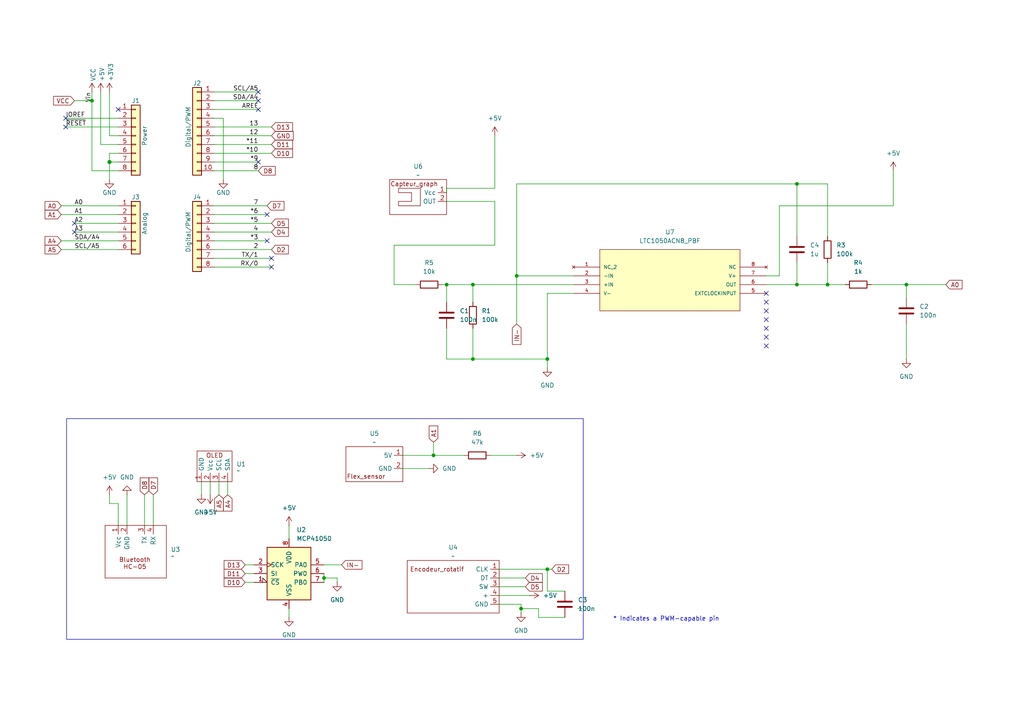
<source format=kicad_sch>
(kicad_sch
	(version 20231120)
	(generator "eeschema")
	(generator_version "8.0")
	(uuid "e63e39d7-6ac0-4ffd-8aa3-1841a4541b55")
	(paper "A4")
	(title_block
		(date "mar. 31 mars 2015")
	)
	(lib_symbols
		(symbol "+5V_1"
			(power)
			(pin_numbers hide)
			(pin_names
				(offset 0) hide)
			(exclude_from_sim no)
			(in_bom yes)
			(on_board yes)
			(property "Reference" "#PWR"
				(at 0 -3.81 0)
				(effects
					(font
						(size 1.27 1.27)
					)
					(hide yes)
				)
			)
			(property "Value" "+5V"
				(at 0 3.556 0)
				(effects
					(font
						(size 1.27 1.27)
					)
				)
			)
			(property "Footprint" ""
				(at 0 0 0)
				(effects
					(font
						(size 1.27 1.27)
					)
					(hide yes)
				)
			)
			(property "Datasheet" ""
				(at 0 0 0)
				(effects
					(font
						(size 1.27 1.27)
					)
					(hide yes)
				)
			)
			(property "Description" "Power symbol creates a global label with name \"+5V\""
				(at 0 0 0)
				(effects
					(font
						(size 1.27 1.27)
					)
					(hide yes)
				)
			)
			(property "ki_keywords" "global power"
				(at 0 0 0)
				(effects
					(font
						(size 1.27 1.27)
					)
					(hide yes)
				)
			)
			(symbol "+5V_1_0_1"
				(polyline
					(pts
						(xy -0.762 1.27) (xy 0 2.54)
					)
					(stroke
						(width 0)
						(type default)
					)
					(fill
						(type none)
					)
				)
				(polyline
					(pts
						(xy 0 0) (xy 0 2.54)
					)
					(stroke
						(width 0)
						(type default)
					)
					(fill
						(type none)
					)
				)
				(polyline
					(pts
						(xy 0 2.54) (xy 0.762 1.27)
					)
					(stroke
						(width 0)
						(type default)
					)
					(fill
						(type none)
					)
				)
			)
			(symbol "+5V_1_1_1"
				(pin power_in line
					(at 0 0 90)
					(length 0)
					(name "~"
						(effects
							(font
								(size 1.27 1.27)
							)
						)
					)
					(number "1"
						(effects
							(font
								(size 1.27 1.27)
							)
						)
					)
				)
			)
		)
		(symbol "+5V_2"
			(power)
			(pin_numbers hide)
			(pin_names
				(offset 0) hide)
			(exclude_from_sim no)
			(in_bom yes)
			(on_board yes)
			(property "Reference" "#PWR"
				(at 0 -3.81 0)
				(effects
					(font
						(size 1.27 1.27)
					)
					(hide yes)
				)
			)
			(property "Value" "+5V"
				(at 0 3.556 0)
				(effects
					(font
						(size 1.27 1.27)
					)
				)
			)
			(property "Footprint" ""
				(at 0 0 0)
				(effects
					(font
						(size 1.27 1.27)
					)
					(hide yes)
				)
			)
			(property "Datasheet" ""
				(at 0 0 0)
				(effects
					(font
						(size 1.27 1.27)
					)
					(hide yes)
				)
			)
			(property "Description" "Power symbol creates a global label with name \"+5V\""
				(at 0 0 0)
				(effects
					(font
						(size 1.27 1.27)
					)
					(hide yes)
				)
			)
			(property "ki_keywords" "global power"
				(at 0 0 0)
				(effects
					(font
						(size 1.27 1.27)
					)
					(hide yes)
				)
			)
			(symbol "+5V_2_0_1"
				(polyline
					(pts
						(xy -0.762 1.27) (xy 0 2.54)
					)
					(stroke
						(width 0)
						(type default)
					)
					(fill
						(type none)
					)
				)
				(polyline
					(pts
						(xy 0 0) (xy 0 2.54)
					)
					(stroke
						(width 0)
						(type default)
					)
					(fill
						(type none)
					)
				)
				(polyline
					(pts
						(xy 0 2.54) (xy 0.762 1.27)
					)
					(stroke
						(width 0)
						(type default)
					)
					(fill
						(type none)
					)
				)
			)
			(symbol "+5V_2_1_1"
				(pin power_in line
					(at 0 0 90)
					(length 0)
					(name "~"
						(effects
							(font
								(size 1.27 1.27)
							)
						)
					)
					(number "1"
						(effects
							(font
								(size 1.27 1.27)
							)
						)
					)
				)
			)
		)
		(symbol "+5V_3"
			(power)
			(pin_numbers hide)
			(pin_names
				(offset 0) hide)
			(exclude_from_sim no)
			(in_bom yes)
			(on_board yes)
			(property "Reference" "#PWR"
				(at 0 -3.81 0)
				(effects
					(font
						(size 1.27 1.27)
					)
					(hide yes)
				)
			)
			(property "Value" "+5V"
				(at 0 3.556 0)
				(effects
					(font
						(size 1.27 1.27)
					)
				)
			)
			(property "Footprint" ""
				(at 0 0 0)
				(effects
					(font
						(size 1.27 1.27)
					)
					(hide yes)
				)
			)
			(property "Datasheet" ""
				(at 0 0 0)
				(effects
					(font
						(size 1.27 1.27)
					)
					(hide yes)
				)
			)
			(property "Description" "Power symbol creates a global label with name \"+5V\""
				(at 0 0 0)
				(effects
					(font
						(size 1.27 1.27)
					)
					(hide yes)
				)
			)
			(property "ki_keywords" "global power"
				(at 0 0 0)
				(effects
					(font
						(size 1.27 1.27)
					)
					(hide yes)
				)
			)
			(symbol "+5V_3_0_1"
				(polyline
					(pts
						(xy -0.762 1.27) (xy 0 2.54)
					)
					(stroke
						(width 0)
						(type default)
					)
					(fill
						(type none)
					)
				)
				(polyline
					(pts
						(xy 0 0) (xy 0 2.54)
					)
					(stroke
						(width 0)
						(type default)
					)
					(fill
						(type none)
					)
				)
				(polyline
					(pts
						(xy 0 2.54) (xy 0.762 1.27)
					)
					(stroke
						(width 0)
						(type default)
					)
					(fill
						(type none)
					)
				)
			)
			(symbol "+5V_3_1_1"
				(pin power_in line
					(at 0 0 90)
					(length 0)
					(name "~"
						(effects
							(font
								(size 1.27 1.27)
							)
						)
					)
					(number "1"
						(effects
							(font
								(size 1.27 1.27)
							)
						)
					)
				)
			)
		)
		(symbol "+5V_4"
			(power)
			(pin_numbers hide)
			(pin_names
				(offset 0) hide)
			(exclude_from_sim no)
			(in_bom yes)
			(on_board yes)
			(property "Reference" "#PWR"
				(at 0 -3.81 0)
				(effects
					(font
						(size 1.27 1.27)
					)
					(hide yes)
				)
			)
			(property "Value" "+5V"
				(at 0 3.556 0)
				(effects
					(font
						(size 1.27 1.27)
					)
				)
			)
			(property "Footprint" ""
				(at 0 0 0)
				(effects
					(font
						(size 1.27 1.27)
					)
					(hide yes)
				)
			)
			(property "Datasheet" ""
				(at 0 0 0)
				(effects
					(font
						(size 1.27 1.27)
					)
					(hide yes)
				)
			)
			(property "Description" "Power symbol creates a global label with name \"+5V\""
				(at 0 0 0)
				(effects
					(font
						(size 1.27 1.27)
					)
					(hide yes)
				)
			)
			(property "ki_keywords" "global power"
				(at 0 0 0)
				(effects
					(font
						(size 1.27 1.27)
					)
					(hide yes)
				)
			)
			(symbol "+5V_4_0_1"
				(polyline
					(pts
						(xy -0.762 1.27) (xy 0 2.54)
					)
					(stroke
						(width 0)
						(type default)
					)
					(fill
						(type none)
					)
				)
				(polyline
					(pts
						(xy 0 0) (xy 0 2.54)
					)
					(stroke
						(width 0)
						(type default)
					)
					(fill
						(type none)
					)
				)
				(polyline
					(pts
						(xy 0 2.54) (xy 0.762 1.27)
					)
					(stroke
						(width 0)
						(type default)
					)
					(fill
						(type none)
					)
				)
			)
			(symbol "+5V_4_1_1"
				(pin power_in line
					(at 0 0 90)
					(length 0)
					(name "~"
						(effects
							(font
								(size 1.27 1.27)
							)
						)
					)
					(number "1"
						(effects
							(font
								(size 1.27 1.27)
							)
						)
					)
				)
			)
		)
		(symbol "+5V_5"
			(power)
			(pin_numbers hide)
			(pin_names
				(offset 0) hide)
			(exclude_from_sim no)
			(in_bom yes)
			(on_board yes)
			(property "Reference" "#PWR"
				(at 0 -3.81 0)
				(effects
					(font
						(size 1.27 1.27)
					)
					(hide yes)
				)
			)
			(property "Value" "+5V"
				(at 0 3.556 0)
				(effects
					(font
						(size 1.27 1.27)
					)
				)
			)
			(property "Footprint" ""
				(at 0 0 0)
				(effects
					(font
						(size 1.27 1.27)
					)
					(hide yes)
				)
			)
			(property "Datasheet" ""
				(at 0 0 0)
				(effects
					(font
						(size 1.27 1.27)
					)
					(hide yes)
				)
			)
			(property "Description" "Power symbol creates a global label with name \"+5V\""
				(at 0 0 0)
				(effects
					(font
						(size 1.27 1.27)
					)
					(hide yes)
				)
			)
			(property "ki_keywords" "global power"
				(at 0 0 0)
				(effects
					(font
						(size 1.27 1.27)
					)
					(hide yes)
				)
			)
			(symbol "+5V_5_0_1"
				(polyline
					(pts
						(xy -0.762 1.27) (xy 0 2.54)
					)
					(stroke
						(width 0)
						(type default)
					)
					(fill
						(type none)
					)
				)
				(polyline
					(pts
						(xy 0 0) (xy 0 2.54)
					)
					(stroke
						(width 0)
						(type default)
					)
					(fill
						(type none)
					)
				)
				(polyline
					(pts
						(xy 0 2.54) (xy 0.762 1.27)
					)
					(stroke
						(width 0)
						(type default)
					)
					(fill
						(type none)
					)
				)
			)
			(symbol "+5V_5_1_1"
				(pin power_in line
					(at 0 0 90)
					(length 0)
					(name "~"
						(effects
							(font
								(size 1.27 1.27)
							)
						)
					)
					(number "1"
						(effects
							(font
								(size 1.27 1.27)
							)
						)
					)
				)
			)
		)
		(symbol "+5V_6"
			(power)
			(pin_numbers hide)
			(pin_names
				(offset 0) hide)
			(exclude_from_sim no)
			(in_bom yes)
			(on_board yes)
			(property "Reference" "#PWR"
				(at 0 -3.81 0)
				(effects
					(font
						(size 1.27 1.27)
					)
					(hide yes)
				)
			)
			(property "Value" "+5V"
				(at 0 3.556 0)
				(effects
					(font
						(size 1.27 1.27)
					)
				)
			)
			(property "Footprint" ""
				(at 0 0 0)
				(effects
					(font
						(size 1.27 1.27)
					)
					(hide yes)
				)
			)
			(property "Datasheet" ""
				(at 0 0 0)
				(effects
					(font
						(size 1.27 1.27)
					)
					(hide yes)
				)
			)
			(property "Description" "Power symbol creates a global label with name \"+5V\""
				(at 0 0 0)
				(effects
					(font
						(size 1.27 1.27)
					)
					(hide yes)
				)
			)
			(property "ki_keywords" "global power"
				(at 0 0 0)
				(effects
					(font
						(size 1.27 1.27)
					)
					(hide yes)
				)
			)
			(symbol "+5V_6_0_1"
				(polyline
					(pts
						(xy -0.762 1.27) (xy 0 2.54)
					)
					(stroke
						(width 0)
						(type default)
					)
					(fill
						(type none)
					)
				)
				(polyline
					(pts
						(xy 0 0) (xy 0 2.54)
					)
					(stroke
						(width 0)
						(type default)
					)
					(fill
						(type none)
					)
				)
				(polyline
					(pts
						(xy 0 2.54) (xy 0.762 1.27)
					)
					(stroke
						(width 0)
						(type default)
					)
					(fill
						(type none)
					)
				)
			)
			(symbol "+5V_6_1_1"
				(pin power_in line
					(at 0 0 90)
					(length 0)
					(name "~"
						(effects
							(font
								(size 1.27 1.27)
							)
						)
					)
					(number "1"
						(effects
							(font
								(size 1.27 1.27)
							)
						)
					)
				)
			)
		)
		(symbol "+5V_7"
			(power)
			(pin_numbers hide)
			(pin_names
				(offset 0) hide)
			(exclude_from_sim no)
			(in_bom yes)
			(on_board yes)
			(property "Reference" "#PWR"
				(at 0 -3.81 0)
				(effects
					(font
						(size 1.27 1.27)
					)
					(hide yes)
				)
			)
			(property "Value" "+5V"
				(at 0 3.556 0)
				(effects
					(font
						(size 1.27 1.27)
					)
				)
			)
			(property "Footprint" ""
				(at 0 0 0)
				(effects
					(font
						(size 1.27 1.27)
					)
					(hide yes)
				)
			)
			(property "Datasheet" ""
				(at 0 0 0)
				(effects
					(font
						(size 1.27 1.27)
					)
					(hide yes)
				)
			)
			(property "Description" "Power symbol creates a global label with name \"+5V\""
				(at 0 0 0)
				(effects
					(font
						(size 1.27 1.27)
					)
					(hide yes)
				)
			)
			(property "ki_keywords" "global power"
				(at 0 0 0)
				(effects
					(font
						(size 1.27 1.27)
					)
					(hide yes)
				)
			)
			(symbol "+5V_7_0_1"
				(polyline
					(pts
						(xy -0.762 1.27) (xy 0 2.54)
					)
					(stroke
						(width 0)
						(type default)
					)
					(fill
						(type none)
					)
				)
				(polyline
					(pts
						(xy 0 0) (xy 0 2.54)
					)
					(stroke
						(width 0)
						(type default)
					)
					(fill
						(type none)
					)
				)
				(polyline
					(pts
						(xy 0 2.54) (xy 0.762 1.27)
					)
					(stroke
						(width 0)
						(type default)
					)
					(fill
						(type none)
					)
				)
			)
			(symbol "+5V_7_1_1"
				(pin power_in line
					(at 0 0 90)
					(length 0)
					(name "~"
						(effects
							(font
								(size 1.27 1.27)
							)
						)
					)
					(number "1"
						(effects
							(font
								(size 1.27 1.27)
							)
						)
					)
				)
			)
		)
		(symbol "Connector_Generic:Conn_01x06"
			(pin_names
				(offset 1.016) hide)
			(exclude_from_sim no)
			(in_bom yes)
			(on_board yes)
			(property "Reference" "J"
				(at 0 7.62 0)
				(effects
					(font
						(size 1.27 1.27)
					)
				)
			)
			(property "Value" "Conn_01x06"
				(at 0 -10.16 0)
				(effects
					(font
						(size 1.27 1.27)
					)
				)
			)
			(property "Footprint" ""
				(at 0 0 0)
				(effects
					(font
						(size 1.27 1.27)
					)
					(hide yes)
				)
			)
			(property "Datasheet" "~"
				(at 0 0 0)
				(effects
					(font
						(size 1.27 1.27)
					)
					(hide yes)
				)
			)
			(property "Description" "Generic connector, single row, 01x06, script generated (kicad-library-utils/schlib/autogen/connector/)"
				(at 0 0 0)
				(effects
					(font
						(size 1.27 1.27)
					)
					(hide yes)
				)
			)
			(property "ki_keywords" "connector"
				(at 0 0 0)
				(effects
					(font
						(size 1.27 1.27)
					)
					(hide yes)
				)
			)
			(property "ki_fp_filters" "Connector*:*_1x??_*"
				(at 0 0 0)
				(effects
					(font
						(size 1.27 1.27)
					)
					(hide yes)
				)
			)
			(symbol "Conn_01x06_1_1"
				(rectangle
					(start -1.27 -7.493)
					(end 0 -7.747)
					(stroke
						(width 0.1524)
						(type default)
					)
					(fill
						(type none)
					)
				)
				(rectangle
					(start -1.27 -4.953)
					(end 0 -5.207)
					(stroke
						(width 0.1524)
						(type default)
					)
					(fill
						(type none)
					)
				)
				(rectangle
					(start -1.27 -2.413)
					(end 0 -2.667)
					(stroke
						(width 0.1524)
						(type default)
					)
					(fill
						(type none)
					)
				)
				(rectangle
					(start -1.27 0.127)
					(end 0 -0.127)
					(stroke
						(width 0.1524)
						(type default)
					)
					(fill
						(type none)
					)
				)
				(rectangle
					(start -1.27 2.667)
					(end 0 2.413)
					(stroke
						(width 0.1524)
						(type default)
					)
					(fill
						(type none)
					)
				)
				(rectangle
					(start -1.27 5.207)
					(end 0 4.953)
					(stroke
						(width 0.1524)
						(type default)
					)
					(fill
						(type none)
					)
				)
				(rectangle
					(start -1.27 6.35)
					(end 1.27 -8.89)
					(stroke
						(width 0.254)
						(type default)
					)
					(fill
						(type background)
					)
				)
				(pin passive line
					(at -5.08 5.08 0)
					(length 3.81)
					(name "Pin_1"
						(effects
							(font
								(size 1.27 1.27)
							)
						)
					)
					(number "1"
						(effects
							(font
								(size 1.27 1.27)
							)
						)
					)
				)
				(pin passive line
					(at -5.08 2.54 0)
					(length 3.81)
					(name "Pin_2"
						(effects
							(font
								(size 1.27 1.27)
							)
						)
					)
					(number "2"
						(effects
							(font
								(size 1.27 1.27)
							)
						)
					)
				)
				(pin passive line
					(at -5.08 0 0)
					(length 3.81)
					(name "Pin_3"
						(effects
							(font
								(size 1.27 1.27)
							)
						)
					)
					(number "3"
						(effects
							(font
								(size 1.27 1.27)
							)
						)
					)
				)
				(pin passive line
					(at -5.08 -2.54 0)
					(length 3.81)
					(name "Pin_4"
						(effects
							(font
								(size 1.27 1.27)
							)
						)
					)
					(number "4"
						(effects
							(font
								(size 1.27 1.27)
							)
						)
					)
				)
				(pin passive line
					(at -5.08 -5.08 0)
					(length 3.81)
					(name "Pin_5"
						(effects
							(font
								(size 1.27 1.27)
							)
						)
					)
					(number "5"
						(effects
							(font
								(size 1.27 1.27)
							)
						)
					)
				)
				(pin passive line
					(at -5.08 -7.62 0)
					(length 3.81)
					(name "Pin_6"
						(effects
							(font
								(size 1.27 1.27)
							)
						)
					)
					(number "6"
						(effects
							(font
								(size 1.27 1.27)
							)
						)
					)
				)
			)
		)
		(symbol "Connector_Generic:Conn_01x08"
			(pin_names
				(offset 1.016) hide)
			(exclude_from_sim no)
			(in_bom yes)
			(on_board yes)
			(property "Reference" "J"
				(at 0 10.16 0)
				(effects
					(font
						(size 1.27 1.27)
					)
				)
			)
			(property "Value" "Conn_01x08"
				(at 0 -12.7 0)
				(effects
					(font
						(size 1.27 1.27)
					)
				)
			)
			(property "Footprint" ""
				(at 0 0 0)
				(effects
					(font
						(size 1.27 1.27)
					)
					(hide yes)
				)
			)
			(property "Datasheet" "~"
				(at 0 0 0)
				(effects
					(font
						(size 1.27 1.27)
					)
					(hide yes)
				)
			)
			(property "Description" "Generic connector, single row, 01x08, script generated (kicad-library-utils/schlib/autogen/connector/)"
				(at 0 0 0)
				(effects
					(font
						(size 1.27 1.27)
					)
					(hide yes)
				)
			)
			(property "ki_keywords" "connector"
				(at 0 0 0)
				(effects
					(font
						(size 1.27 1.27)
					)
					(hide yes)
				)
			)
			(property "ki_fp_filters" "Connector*:*_1x??_*"
				(at 0 0 0)
				(effects
					(font
						(size 1.27 1.27)
					)
					(hide yes)
				)
			)
			(symbol "Conn_01x08_1_1"
				(rectangle
					(start -1.27 -10.033)
					(end 0 -10.287)
					(stroke
						(width 0.1524)
						(type default)
					)
					(fill
						(type none)
					)
				)
				(rectangle
					(start -1.27 -7.493)
					(end 0 -7.747)
					(stroke
						(width 0.1524)
						(type default)
					)
					(fill
						(type none)
					)
				)
				(rectangle
					(start -1.27 -4.953)
					(end 0 -5.207)
					(stroke
						(width 0.1524)
						(type default)
					)
					(fill
						(type none)
					)
				)
				(rectangle
					(start -1.27 -2.413)
					(end 0 -2.667)
					(stroke
						(width 0.1524)
						(type default)
					)
					(fill
						(type none)
					)
				)
				(rectangle
					(start -1.27 0.127)
					(end 0 -0.127)
					(stroke
						(width 0.1524)
						(type default)
					)
					(fill
						(type none)
					)
				)
				(rectangle
					(start -1.27 2.667)
					(end 0 2.413)
					(stroke
						(width 0.1524)
						(type default)
					)
					(fill
						(type none)
					)
				)
				(rectangle
					(start -1.27 5.207)
					(end 0 4.953)
					(stroke
						(width 0.1524)
						(type default)
					)
					(fill
						(type none)
					)
				)
				(rectangle
					(start -1.27 7.747)
					(end 0 7.493)
					(stroke
						(width 0.1524)
						(type default)
					)
					(fill
						(type none)
					)
				)
				(rectangle
					(start -1.27 8.89)
					(end 1.27 -11.43)
					(stroke
						(width 0.254)
						(type default)
					)
					(fill
						(type background)
					)
				)
				(pin passive line
					(at -5.08 7.62 0)
					(length 3.81)
					(name "Pin_1"
						(effects
							(font
								(size 1.27 1.27)
							)
						)
					)
					(number "1"
						(effects
							(font
								(size 1.27 1.27)
							)
						)
					)
				)
				(pin passive line
					(at -5.08 5.08 0)
					(length 3.81)
					(name "Pin_2"
						(effects
							(font
								(size 1.27 1.27)
							)
						)
					)
					(number "2"
						(effects
							(font
								(size 1.27 1.27)
							)
						)
					)
				)
				(pin passive line
					(at -5.08 2.54 0)
					(length 3.81)
					(name "Pin_3"
						(effects
							(font
								(size 1.27 1.27)
							)
						)
					)
					(number "3"
						(effects
							(font
								(size 1.27 1.27)
							)
						)
					)
				)
				(pin passive line
					(at -5.08 0 0)
					(length 3.81)
					(name "Pin_4"
						(effects
							(font
								(size 1.27 1.27)
							)
						)
					)
					(number "4"
						(effects
							(font
								(size 1.27 1.27)
							)
						)
					)
				)
				(pin passive line
					(at -5.08 -2.54 0)
					(length 3.81)
					(name "Pin_5"
						(effects
							(font
								(size 1.27 1.27)
							)
						)
					)
					(number "5"
						(effects
							(font
								(size 1.27 1.27)
							)
						)
					)
				)
				(pin passive line
					(at -5.08 -5.08 0)
					(length 3.81)
					(name "Pin_6"
						(effects
							(font
								(size 1.27 1.27)
							)
						)
					)
					(number "6"
						(effects
							(font
								(size 1.27 1.27)
							)
						)
					)
				)
				(pin passive line
					(at -5.08 -7.62 0)
					(length 3.81)
					(name "Pin_7"
						(effects
							(font
								(size 1.27 1.27)
							)
						)
					)
					(number "7"
						(effects
							(font
								(size 1.27 1.27)
							)
						)
					)
				)
				(pin passive line
					(at -5.08 -10.16 0)
					(length 3.81)
					(name "Pin_8"
						(effects
							(font
								(size 1.27 1.27)
							)
						)
					)
					(number "8"
						(effects
							(font
								(size 1.27 1.27)
							)
						)
					)
				)
			)
		)
		(symbol "Connector_Generic:Conn_01x10"
			(pin_names
				(offset 1.016) hide)
			(exclude_from_sim no)
			(in_bom yes)
			(on_board yes)
			(property "Reference" "J"
				(at 0 12.7 0)
				(effects
					(font
						(size 1.27 1.27)
					)
				)
			)
			(property "Value" "Conn_01x10"
				(at 0 -15.24 0)
				(effects
					(font
						(size 1.27 1.27)
					)
				)
			)
			(property "Footprint" ""
				(at 0 0 0)
				(effects
					(font
						(size 1.27 1.27)
					)
					(hide yes)
				)
			)
			(property "Datasheet" "~"
				(at 0 0 0)
				(effects
					(font
						(size 1.27 1.27)
					)
					(hide yes)
				)
			)
			(property "Description" "Generic connector, single row, 01x10, script generated (kicad-library-utils/schlib/autogen/connector/)"
				(at 0 0 0)
				(effects
					(font
						(size 1.27 1.27)
					)
					(hide yes)
				)
			)
			(property "ki_keywords" "connector"
				(at 0 0 0)
				(effects
					(font
						(size 1.27 1.27)
					)
					(hide yes)
				)
			)
			(property "ki_fp_filters" "Connector*:*_1x??_*"
				(at 0 0 0)
				(effects
					(font
						(size 1.27 1.27)
					)
					(hide yes)
				)
			)
			(symbol "Conn_01x10_1_1"
				(rectangle
					(start -1.27 -12.573)
					(end 0 -12.827)
					(stroke
						(width 0.1524)
						(type default)
					)
					(fill
						(type none)
					)
				)
				(rectangle
					(start -1.27 -10.033)
					(end 0 -10.287)
					(stroke
						(width 0.1524)
						(type default)
					)
					(fill
						(type none)
					)
				)
				(rectangle
					(start -1.27 -7.493)
					(end 0 -7.747)
					(stroke
						(width 0.1524)
						(type default)
					)
					(fill
						(type none)
					)
				)
				(rectangle
					(start -1.27 -4.953)
					(end 0 -5.207)
					(stroke
						(width 0.1524)
						(type default)
					)
					(fill
						(type none)
					)
				)
				(rectangle
					(start -1.27 -2.413)
					(end 0 -2.667)
					(stroke
						(width 0.1524)
						(type default)
					)
					(fill
						(type none)
					)
				)
				(rectangle
					(start -1.27 0.127)
					(end 0 -0.127)
					(stroke
						(width 0.1524)
						(type default)
					)
					(fill
						(type none)
					)
				)
				(rectangle
					(start -1.27 2.667)
					(end 0 2.413)
					(stroke
						(width 0.1524)
						(type default)
					)
					(fill
						(type none)
					)
				)
				(rectangle
					(start -1.27 5.207)
					(end 0 4.953)
					(stroke
						(width 0.1524)
						(type default)
					)
					(fill
						(type none)
					)
				)
				(rectangle
					(start -1.27 7.747)
					(end 0 7.493)
					(stroke
						(width 0.1524)
						(type default)
					)
					(fill
						(type none)
					)
				)
				(rectangle
					(start -1.27 10.287)
					(end 0 10.033)
					(stroke
						(width 0.1524)
						(type default)
					)
					(fill
						(type none)
					)
				)
				(rectangle
					(start -1.27 11.43)
					(end 1.27 -13.97)
					(stroke
						(width 0.254)
						(type default)
					)
					(fill
						(type background)
					)
				)
				(pin passive line
					(at -5.08 10.16 0)
					(length 3.81)
					(name "Pin_1"
						(effects
							(font
								(size 1.27 1.27)
							)
						)
					)
					(number "1"
						(effects
							(font
								(size 1.27 1.27)
							)
						)
					)
				)
				(pin passive line
					(at -5.08 -12.7 0)
					(length 3.81)
					(name "Pin_10"
						(effects
							(font
								(size 1.27 1.27)
							)
						)
					)
					(number "10"
						(effects
							(font
								(size 1.27 1.27)
							)
						)
					)
				)
				(pin passive line
					(at -5.08 7.62 0)
					(length 3.81)
					(name "Pin_2"
						(effects
							(font
								(size 1.27 1.27)
							)
						)
					)
					(number "2"
						(effects
							(font
								(size 1.27 1.27)
							)
						)
					)
				)
				(pin passive line
					(at -5.08 5.08 0)
					(length 3.81)
					(name "Pin_3"
						(effects
							(font
								(size 1.27 1.27)
							)
						)
					)
					(number "3"
						(effects
							(font
								(size 1.27 1.27)
							)
						)
					)
				)
				(pin passive line
					(at -5.08 2.54 0)
					(length 3.81)
					(name "Pin_4"
						(effects
							(font
								(size 1.27 1.27)
							)
						)
					)
					(number "4"
						(effects
							(font
								(size 1.27 1.27)
							)
						)
					)
				)
				(pin passive line
					(at -5.08 0 0)
					(length 3.81)
					(name "Pin_5"
						(effects
							(font
								(size 1.27 1.27)
							)
						)
					)
					(number "5"
						(effects
							(font
								(size 1.27 1.27)
							)
						)
					)
				)
				(pin passive line
					(at -5.08 -2.54 0)
					(length 3.81)
					(name "Pin_6"
						(effects
							(font
								(size 1.27 1.27)
							)
						)
					)
					(number "6"
						(effects
							(font
								(size 1.27 1.27)
							)
						)
					)
				)
				(pin passive line
					(at -5.08 -5.08 0)
					(length 3.81)
					(name "Pin_7"
						(effects
							(font
								(size 1.27 1.27)
							)
						)
					)
					(number "7"
						(effects
							(font
								(size 1.27 1.27)
							)
						)
					)
				)
				(pin passive line
					(at -5.08 -7.62 0)
					(length 3.81)
					(name "Pin_8"
						(effects
							(font
								(size 1.27 1.27)
							)
						)
					)
					(number "8"
						(effects
							(font
								(size 1.27 1.27)
							)
						)
					)
				)
				(pin passive line
					(at -5.08 -10.16 0)
					(length 3.81)
					(name "Pin_9"
						(effects
							(font
								(size 1.27 1.27)
							)
						)
					)
					(number "9"
						(effects
							(font
								(size 1.27 1.27)
							)
						)
					)
				)
			)
		)
		(symbol "Device:C"
			(pin_numbers hide)
			(pin_names
				(offset 0.254)
			)
			(exclude_from_sim no)
			(in_bom yes)
			(on_board yes)
			(property "Reference" "C"
				(at 0.635 2.54 0)
				(effects
					(font
						(size 1.27 1.27)
					)
					(justify left)
				)
			)
			(property "Value" "C"
				(at 0.635 -2.54 0)
				(effects
					(font
						(size 1.27 1.27)
					)
					(justify left)
				)
			)
			(property "Footprint" ""
				(at 0.9652 -3.81 0)
				(effects
					(font
						(size 1.27 1.27)
					)
					(hide yes)
				)
			)
			(property "Datasheet" "~"
				(at 0 0 0)
				(effects
					(font
						(size 1.27 1.27)
					)
					(hide yes)
				)
			)
			(property "Description" "Unpolarized capacitor"
				(at 0 0 0)
				(effects
					(font
						(size 1.27 1.27)
					)
					(hide yes)
				)
			)
			(property "ki_keywords" "cap capacitor"
				(at 0 0 0)
				(effects
					(font
						(size 1.27 1.27)
					)
					(hide yes)
				)
			)
			(property "ki_fp_filters" "C_*"
				(at 0 0 0)
				(effects
					(font
						(size 1.27 1.27)
					)
					(hide yes)
				)
			)
			(symbol "C_0_1"
				(polyline
					(pts
						(xy -2.032 -0.762) (xy 2.032 -0.762)
					)
					(stroke
						(width 0.508)
						(type default)
					)
					(fill
						(type none)
					)
				)
				(polyline
					(pts
						(xy -2.032 0.762) (xy 2.032 0.762)
					)
					(stroke
						(width 0.508)
						(type default)
					)
					(fill
						(type none)
					)
				)
			)
			(symbol "C_1_1"
				(pin passive line
					(at 0 3.81 270)
					(length 2.794)
					(name "~"
						(effects
							(font
								(size 1.27 1.27)
							)
						)
					)
					(number "1"
						(effects
							(font
								(size 1.27 1.27)
							)
						)
					)
				)
				(pin passive line
					(at 0 -3.81 90)
					(length 2.794)
					(name "~"
						(effects
							(font
								(size 1.27 1.27)
							)
						)
					)
					(number "2"
						(effects
							(font
								(size 1.27 1.27)
							)
						)
					)
				)
			)
		)
		(symbol "Device:R"
			(pin_numbers hide)
			(pin_names
				(offset 0)
			)
			(exclude_from_sim no)
			(in_bom yes)
			(on_board yes)
			(property "Reference" "R"
				(at 2.032 0 90)
				(effects
					(font
						(size 1.27 1.27)
					)
				)
			)
			(property "Value" "R"
				(at 0 0 90)
				(effects
					(font
						(size 1.27 1.27)
					)
				)
			)
			(property "Footprint" ""
				(at -1.778 0 90)
				(effects
					(font
						(size 1.27 1.27)
					)
					(hide yes)
				)
			)
			(property "Datasheet" "~"
				(at 0 0 0)
				(effects
					(font
						(size 1.27 1.27)
					)
					(hide yes)
				)
			)
			(property "Description" "Resistor"
				(at 0 0 0)
				(effects
					(font
						(size 1.27 1.27)
					)
					(hide yes)
				)
			)
			(property "ki_keywords" "R res resistor"
				(at 0 0 0)
				(effects
					(font
						(size 1.27 1.27)
					)
					(hide yes)
				)
			)
			(property "ki_fp_filters" "R_*"
				(at 0 0 0)
				(effects
					(font
						(size 1.27 1.27)
					)
					(hide yes)
				)
			)
			(symbol "R_0_1"
				(rectangle
					(start -1.016 -2.54)
					(end 1.016 2.54)
					(stroke
						(width 0.254)
						(type default)
					)
					(fill
						(type none)
					)
				)
			)
			(symbol "R_1_1"
				(pin passive line
					(at 0 3.81 270)
					(length 1.27)
					(name "~"
						(effects
							(font
								(size 1.27 1.27)
							)
						)
					)
					(number "1"
						(effects
							(font
								(size 1.27 1.27)
							)
						)
					)
				)
				(pin passive line
					(at 0 -3.81 90)
					(length 1.27)
					(name "~"
						(effects
							(font
								(size 1.27 1.27)
							)
						)
					)
					(number "2"
						(effects
							(font
								(size 1.27 1.27)
							)
						)
					)
				)
			)
		)
		(symbol "GND_1"
			(power)
			(pin_numbers hide)
			(pin_names
				(offset 0) hide)
			(exclude_from_sim no)
			(in_bom yes)
			(on_board yes)
			(property "Reference" "#PWR"
				(at 0 -6.35 0)
				(effects
					(font
						(size 1.27 1.27)
					)
					(hide yes)
				)
			)
			(property "Value" "GND"
				(at 0 -3.81 0)
				(effects
					(font
						(size 1.27 1.27)
					)
				)
			)
			(property "Footprint" ""
				(at 0 0 0)
				(effects
					(font
						(size 1.27 1.27)
					)
					(hide yes)
				)
			)
			(property "Datasheet" ""
				(at 0 0 0)
				(effects
					(font
						(size 1.27 1.27)
					)
					(hide yes)
				)
			)
			(property "Description" "Power symbol creates a global label with name \"GND\" , ground"
				(at 0 0 0)
				(effects
					(font
						(size 1.27 1.27)
					)
					(hide yes)
				)
			)
			(property "ki_keywords" "global power"
				(at 0 0 0)
				(effects
					(font
						(size 1.27 1.27)
					)
					(hide yes)
				)
			)
			(symbol "GND_1_0_1"
				(polyline
					(pts
						(xy 0 0) (xy 0 -1.27) (xy 1.27 -1.27) (xy 0 -2.54) (xy -1.27 -1.27) (xy 0 -1.27)
					)
					(stroke
						(width 0)
						(type default)
					)
					(fill
						(type none)
					)
				)
			)
			(symbol "GND_1_1_1"
				(pin power_in line
					(at 0 0 270)
					(length 0)
					(name "~"
						(effects
							(font
								(size 1.27 1.27)
							)
						)
					)
					(number "1"
						(effects
							(font
								(size 1.27 1.27)
							)
						)
					)
				)
			)
		)
		(symbol "GND_2"
			(power)
			(pin_numbers hide)
			(pin_names
				(offset 0) hide)
			(exclude_from_sim no)
			(in_bom yes)
			(on_board yes)
			(property "Reference" "#PWR"
				(at 0 -6.35 0)
				(effects
					(font
						(size 1.27 1.27)
					)
					(hide yes)
				)
			)
			(property "Value" "GND"
				(at 0 -3.81 0)
				(effects
					(font
						(size 1.27 1.27)
					)
				)
			)
			(property "Footprint" ""
				(at 0 0 0)
				(effects
					(font
						(size 1.27 1.27)
					)
					(hide yes)
				)
			)
			(property "Datasheet" ""
				(at 0 0 0)
				(effects
					(font
						(size 1.27 1.27)
					)
					(hide yes)
				)
			)
			(property "Description" "Power symbol creates a global label with name \"GND\" , ground"
				(at 0 0 0)
				(effects
					(font
						(size 1.27 1.27)
					)
					(hide yes)
				)
			)
			(property "ki_keywords" "global power"
				(at 0 0 0)
				(effects
					(font
						(size 1.27 1.27)
					)
					(hide yes)
				)
			)
			(symbol "GND_2_0_1"
				(polyline
					(pts
						(xy 0 0) (xy 0 -1.27) (xy 1.27 -1.27) (xy 0 -2.54) (xy -1.27 -1.27) (xy 0 -1.27)
					)
					(stroke
						(width 0)
						(type default)
					)
					(fill
						(type none)
					)
				)
			)
			(symbol "GND_2_1_1"
				(pin power_in line
					(at 0 0 270)
					(length 0)
					(name "~"
						(effects
							(font
								(size 1.27 1.27)
							)
						)
					)
					(number "1"
						(effects
							(font
								(size 1.27 1.27)
							)
						)
					)
				)
			)
		)
		(symbol "GND_3"
			(power)
			(pin_numbers hide)
			(pin_names
				(offset 0) hide)
			(exclude_from_sim no)
			(in_bom yes)
			(on_board yes)
			(property "Reference" "#PWR"
				(at 0 -6.35 0)
				(effects
					(font
						(size 1.27 1.27)
					)
					(hide yes)
				)
			)
			(property "Value" "GND"
				(at 0 -3.81 0)
				(effects
					(font
						(size 1.27 1.27)
					)
				)
			)
			(property "Footprint" ""
				(at 0 0 0)
				(effects
					(font
						(size 1.27 1.27)
					)
					(hide yes)
				)
			)
			(property "Datasheet" ""
				(at 0 0 0)
				(effects
					(font
						(size 1.27 1.27)
					)
					(hide yes)
				)
			)
			(property "Description" "Power symbol creates a global label with name \"GND\" , ground"
				(at 0 0 0)
				(effects
					(font
						(size 1.27 1.27)
					)
					(hide yes)
				)
			)
			(property "ki_keywords" "global power"
				(at 0 0 0)
				(effects
					(font
						(size 1.27 1.27)
					)
					(hide yes)
				)
			)
			(symbol "GND_3_0_1"
				(polyline
					(pts
						(xy 0 0) (xy 0 -1.27) (xy 1.27 -1.27) (xy 0 -2.54) (xy -1.27 -1.27) (xy 0 -1.27)
					)
					(stroke
						(width 0)
						(type default)
					)
					(fill
						(type none)
					)
				)
			)
			(symbol "GND_3_1_1"
				(pin power_in line
					(at 0 0 270)
					(length 0)
					(name "~"
						(effects
							(font
								(size 1.27 1.27)
							)
						)
					)
					(number "1"
						(effects
							(font
								(size 1.27 1.27)
							)
						)
					)
				)
			)
		)
		(symbol "GND_4"
			(power)
			(pin_numbers hide)
			(pin_names
				(offset 0) hide)
			(exclude_from_sim no)
			(in_bom yes)
			(on_board yes)
			(property "Reference" "#PWR"
				(at 0 -6.35 0)
				(effects
					(font
						(size 1.27 1.27)
					)
					(hide yes)
				)
			)
			(property "Value" "GND"
				(at 0 -3.81 0)
				(effects
					(font
						(size 1.27 1.27)
					)
				)
			)
			(property "Footprint" ""
				(at 0 0 0)
				(effects
					(font
						(size 1.27 1.27)
					)
					(hide yes)
				)
			)
			(property "Datasheet" ""
				(at 0 0 0)
				(effects
					(font
						(size 1.27 1.27)
					)
					(hide yes)
				)
			)
			(property "Description" "Power symbol creates a global label with name \"GND\" , ground"
				(at 0 0 0)
				(effects
					(font
						(size 1.27 1.27)
					)
					(hide yes)
				)
			)
			(property "ki_keywords" "global power"
				(at 0 0 0)
				(effects
					(font
						(size 1.27 1.27)
					)
					(hide yes)
				)
			)
			(symbol "GND_4_0_1"
				(polyline
					(pts
						(xy 0 0) (xy 0 -1.27) (xy 1.27 -1.27) (xy 0 -2.54) (xy -1.27 -1.27) (xy 0 -1.27)
					)
					(stroke
						(width 0)
						(type default)
					)
					(fill
						(type none)
					)
				)
			)
			(symbol "GND_4_1_1"
				(pin power_in line
					(at 0 0 270)
					(length 0)
					(name "~"
						(effects
							(font
								(size 1.27 1.27)
							)
						)
					)
					(number "1"
						(effects
							(font
								(size 1.27 1.27)
							)
						)
					)
				)
			)
		)
		(symbol "GND_5"
			(power)
			(pin_numbers hide)
			(pin_names
				(offset 0) hide)
			(exclude_from_sim no)
			(in_bom yes)
			(on_board yes)
			(property "Reference" "#PWR"
				(at 0 -6.35 0)
				(effects
					(font
						(size 1.27 1.27)
					)
					(hide yes)
				)
			)
			(property "Value" "GND"
				(at 0 -3.81 0)
				(effects
					(font
						(size 1.27 1.27)
					)
				)
			)
			(property "Footprint" ""
				(at 0 0 0)
				(effects
					(font
						(size 1.27 1.27)
					)
					(hide yes)
				)
			)
			(property "Datasheet" ""
				(at 0 0 0)
				(effects
					(font
						(size 1.27 1.27)
					)
					(hide yes)
				)
			)
			(property "Description" "Power symbol creates a global label with name \"GND\" , ground"
				(at 0 0 0)
				(effects
					(font
						(size 1.27 1.27)
					)
					(hide yes)
				)
			)
			(property "ki_keywords" "global power"
				(at 0 0 0)
				(effects
					(font
						(size 1.27 1.27)
					)
					(hide yes)
				)
			)
			(symbol "GND_5_0_1"
				(polyline
					(pts
						(xy 0 0) (xy 0 -1.27) (xy 1.27 -1.27) (xy 0 -2.54) (xy -1.27 -1.27) (xy 0 -1.27)
					)
					(stroke
						(width 0)
						(type default)
					)
					(fill
						(type none)
					)
				)
			)
			(symbol "GND_5_1_1"
				(pin power_in line
					(at 0 0 270)
					(length 0)
					(name "~"
						(effects
							(font
								(size 1.27 1.27)
							)
						)
					)
					(number "1"
						(effects
							(font
								(size 1.27 1.27)
							)
						)
					)
				)
			)
		)
		(symbol "GND_6"
			(power)
			(pin_numbers hide)
			(pin_names
				(offset 0) hide)
			(exclude_from_sim no)
			(in_bom yes)
			(on_board yes)
			(property "Reference" "#PWR"
				(at 0 -6.35 0)
				(effects
					(font
						(size 1.27 1.27)
					)
					(hide yes)
				)
			)
			(property "Value" "GND"
				(at 0 -3.81 0)
				(effects
					(font
						(size 1.27 1.27)
					)
				)
			)
			(property "Footprint" ""
				(at 0 0 0)
				(effects
					(font
						(size 1.27 1.27)
					)
					(hide yes)
				)
			)
			(property "Datasheet" ""
				(at 0 0 0)
				(effects
					(font
						(size 1.27 1.27)
					)
					(hide yes)
				)
			)
			(property "Description" "Power symbol creates a global label with name \"GND\" , ground"
				(at 0 0 0)
				(effects
					(font
						(size 1.27 1.27)
					)
					(hide yes)
				)
			)
			(property "ki_keywords" "global power"
				(at 0 0 0)
				(effects
					(font
						(size 1.27 1.27)
					)
					(hide yes)
				)
			)
			(symbol "GND_6_0_1"
				(polyline
					(pts
						(xy 0 0) (xy 0 -1.27) (xy 1.27 -1.27) (xy 0 -2.54) (xy -1.27 -1.27) (xy 0 -1.27)
					)
					(stroke
						(width 0)
						(type default)
					)
					(fill
						(type none)
					)
				)
			)
			(symbol "GND_6_1_1"
				(pin power_in line
					(at 0 0 270)
					(length 0)
					(name "~"
						(effects
							(font
								(size 1.27 1.27)
							)
						)
					)
					(number "1"
						(effects
							(font
								(size 1.27 1.27)
							)
						)
					)
				)
			)
		)
		(symbol "GND_7"
			(power)
			(pin_numbers hide)
			(pin_names
				(offset 0) hide)
			(exclude_from_sim no)
			(in_bom yes)
			(on_board yes)
			(property "Reference" "#PWR"
				(at 0 -6.35 0)
				(effects
					(font
						(size 1.27 1.27)
					)
					(hide yes)
				)
			)
			(property "Value" "GND"
				(at 0 -3.81 0)
				(effects
					(font
						(size 1.27 1.27)
					)
				)
			)
			(property "Footprint" ""
				(at 0 0 0)
				(effects
					(font
						(size 1.27 1.27)
					)
					(hide yes)
				)
			)
			(property "Datasheet" ""
				(at 0 0 0)
				(effects
					(font
						(size 1.27 1.27)
					)
					(hide yes)
				)
			)
			(property "Description" "Power symbol creates a global label with name \"GND\" , ground"
				(at 0 0 0)
				(effects
					(font
						(size 1.27 1.27)
					)
					(hide yes)
				)
			)
			(property "ki_keywords" "global power"
				(at 0 0 0)
				(effects
					(font
						(size 1.27 1.27)
					)
					(hide yes)
				)
			)
			(symbol "GND_7_0_1"
				(polyline
					(pts
						(xy 0 0) (xy 0 -1.27) (xy 1.27 -1.27) (xy 0 -2.54) (xy -1.27 -1.27) (xy 0 -1.27)
					)
					(stroke
						(width 0)
						(type default)
					)
					(fill
						(type none)
					)
				)
			)
			(symbol "GND_7_1_1"
				(pin power_in line
					(at 0 0 270)
					(length 0)
					(name "~"
						(effects
							(font
								(size 1.27 1.27)
							)
						)
					)
					(number "1"
						(effects
							(font
								(size 1.27 1.27)
							)
						)
					)
				)
			)
		)
		(symbol "GND_8"
			(power)
			(pin_numbers hide)
			(pin_names
				(offset 0) hide)
			(exclude_from_sim no)
			(in_bom yes)
			(on_board yes)
			(property "Reference" "#PWR"
				(at 0 -6.35 0)
				(effects
					(font
						(size 1.27 1.27)
					)
					(hide yes)
				)
			)
			(property "Value" "GND"
				(at 0 -3.81 0)
				(effects
					(font
						(size 1.27 1.27)
					)
				)
			)
			(property "Footprint" ""
				(at 0 0 0)
				(effects
					(font
						(size 1.27 1.27)
					)
					(hide yes)
				)
			)
			(property "Datasheet" ""
				(at 0 0 0)
				(effects
					(font
						(size 1.27 1.27)
					)
					(hide yes)
				)
			)
			(property "Description" "Power symbol creates a global label with name \"GND\" , ground"
				(at 0 0 0)
				(effects
					(font
						(size 1.27 1.27)
					)
					(hide yes)
				)
			)
			(property "ki_keywords" "global power"
				(at 0 0 0)
				(effects
					(font
						(size 1.27 1.27)
					)
					(hide yes)
				)
			)
			(symbol "GND_8_0_1"
				(polyline
					(pts
						(xy 0 0) (xy 0 -1.27) (xy 1.27 -1.27) (xy 0 -2.54) (xy -1.27 -1.27) (xy 0 -1.27)
					)
					(stroke
						(width 0)
						(type default)
					)
					(fill
						(type none)
					)
				)
			)
			(symbol "GND_8_1_1"
				(pin power_in line
					(at 0 0 270)
					(length 0)
					(name "~"
						(effects
							(font
								(size 1.27 1.27)
							)
						)
					)
					(number "1"
						(effects
							(font
								(size 1.27 1.27)
							)
						)
					)
				)
			)
		)
		(symbol "Librairie_Symbole:BLUETOOTH"
			(exclude_from_sim no)
			(in_bom yes)
			(on_board yes)
			(property "Reference" "U"
				(at 0 0 0)
				(effects
					(font
						(size 1.27 1.27)
					)
				)
			)
			(property "Value" ""
				(at 0 0 0)
				(effects
					(font
						(size 1.27 1.27)
					)
				)
			)
			(property "Footprint" ""
				(at 0 0 0)
				(effects
					(font
						(size 1.27 1.27)
					)
					(hide yes)
				)
			)
			(property "Datasheet" ""
				(at 0 0 0)
				(effects
					(font
						(size 1.27 1.27)
					)
					(hide yes)
				)
			)
			(property "Description" ""
				(at 0 0 0)
				(effects
					(font
						(size 1.27 1.27)
					)
					(hide yes)
				)
			)
			(symbol "BLUETOOTH_0_1"
				(rectangle
					(start -8.89 0)
					(end 8.89 -15.24)
					(stroke
						(width 0)
						(type default)
					)
					(fill
						(type none)
					)
				)
			)
			(symbol "BLUETOOTH_1_1"
				(text "Bluetooth\nHC-05"
					(at -0.254 -10.922 0)
					(effects
						(font
							(size 1.27 1.27)
						)
					)
				)
				(pin input line
					(at -5.08 0 270)
					(length 2.54)
					(name "Vcc"
						(effects
							(font
								(size 1.27 1.27)
							)
						)
					)
					(number "1"
						(effects
							(font
								(size 1.27 1.27)
							)
						)
					)
				)
				(pin input line
					(at -2.54 0 270)
					(length 2.54)
					(name "GND"
						(effects
							(font
								(size 1.27 1.27)
							)
						)
					)
					(number "2"
						(effects
							(font
								(size 1.27 1.27)
							)
						)
					)
				)
				(pin input line
					(at 2.54 0 270)
					(length 2.54)
					(name "TX"
						(effects
							(font
								(size 1.27 1.27)
							)
						)
					)
					(number "3"
						(effects
							(font
								(size 1.27 1.27)
							)
						)
					)
				)
				(pin input line
					(at 5.08 0 270)
					(length 2.54)
					(name "RX"
						(effects
							(font
								(size 1.27 1.27)
							)
						)
					)
					(number "4"
						(effects
							(font
								(size 1.27 1.27)
							)
						)
					)
				)
			)
		)
		(symbol "Librairie_Symbole:Capteur_grap"
			(exclude_from_sim no)
			(in_bom yes)
			(on_board yes)
			(property "Reference" "U"
				(at 0 0 0)
				(effects
					(font
						(size 1.27 1.27)
					)
				)
			)
			(property "Value" ""
				(at 0 0 0)
				(effects
					(font
						(size 1.27 1.27)
					)
				)
			)
			(property "Footprint" ""
				(at 0 0 0)
				(effects
					(font
						(size 1.27 1.27)
					)
					(hide yes)
				)
			)
			(property "Datasheet" ""
				(at 0 0 0)
				(effects
					(font
						(size 1.27 1.27)
					)
					(hide yes)
				)
			)
			(property "Description" ""
				(at 0 0 0)
				(effects
					(font
						(size 1.27 1.27)
					)
					(hide yes)
				)
			)
			(symbol "Capteur_grap_0_1"
				(rectangle
					(start -16.51 0)
					(end 0 -10.16)
					(stroke
						(width 0)
						(type default)
					)
					(fill
						(type none)
					)
				)
				(polyline
					(pts
						(xy -13.97 -2.54) (xy -7.62 -2.54) (xy -7.62 -7.62) (xy -13.97 -7.62) (xy -13.97 -6.35) (xy -10.16 -6.35)
						(xy -10.16 -3.81) (xy -13.97 -3.81) (xy -13.97 -2.54)
					)
					(stroke
						(width 0)
						(type default)
					)
					(fill
						(type none)
					)
				)
			)
			(symbol "Capteur_grap_1_1"
				(text "Capteur_graph\n"
					(at -9.398 -1.27 0)
					(effects
						(font
							(size 1.27 1.27)
						)
					)
				)
				(pin input line
					(at 0 -3.81 180)
					(length 2.54)
					(name "Vcc"
						(effects
							(font
								(size 1.27 1.27)
							)
						)
					)
					(number "1"
						(effects
							(font
								(size 1.27 1.27)
							)
						)
					)
				)
				(pin input line
					(at 0 -6.35 180)
					(length 2.54)
					(name "OUT"
						(effects
							(font
								(size 1.27 1.27)
							)
						)
					)
					(number "2"
						(effects
							(font
								(size 1.27 1.27)
							)
						)
					)
				)
			)
		)
		(symbol "Librairie_Symbole:Encodeur_rotatif"
			(exclude_from_sim no)
			(in_bom yes)
			(on_board yes)
			(property "Reference" "U"
				(at 0 0 0)
				(effects
					(font
						(size 1.27 1.27)
					)
				)
			)
			(property "Value" ""
				(at 0 0 0)
				(effects
					(font
						(size 1.27 1.27)
					)
				)
			)
			(property "Footprint" ""
				(at 0 0 0)
				(effects
					(font
						(size 1.27 1.27)
					)
					(hide yes)
				)
			)
			(property "Datasheet" ""
				(at 0 0 0)
				(effects
					(font
						(size 1.27 1.27)
					)
					(hide yes)
				)
			)
			(property "Description" ""
				(at 0 0 0)
				(effects
					(font
						(size 1.27 1.27)
					)
					(hide yes)
				)
			)
			(symbol "Encodeur_rotatif_0_1"
				(rectangle
					(start -26.67 -2.54)
					(end 0 -17.78)
					(stroke
						(width 0)
						(type default)
					)
					(fill
						(type none)
					)
				)
			)
			(symbol "Encodeur_rotatif_1_1"
				(text "Encodeur_rotatif"
					(at -18.034 -5.08 0)
					(effects
						(font
							(size 1.27 1.27)
						)
					)
				)
				(pin input line
					(at 0 -5.08 180)
					(length 2.54)
					(name "CLK"
						(effects
							(font
								(size 1.27 1.27)
							)
						)
					)
					(number "1"
						(effects
							(font
								(size 1.27 1.27)
							)
						)
					)
				)
				(pin input line
					(at 0 -7.62 180)
					(length 2.54)
					(name "DT"
						(effects
							(font
								(size 1.27 1.27)
							)
						)
					)
					(number "2"
						(effects
							(font
								(size 1.27 1.27)
							)
						)
					)
				)
				(pin input line
					(at 0 -10.16 180)
					(length 2.54)
					(name "SW"
						(effects
							(font
								(size 1.27 1.27)
							)
						)
					)
					(number "3"
						(effects
							(font
								(size 1.27 1.27)
							)
						)
					)
				)
				(pin input line
					(at 0 -12.7 180)
					(length 2.54)
					(name "+"
						(effects
							(font
								(size 1.27 1.27)
							)
						)
					)
					(number "4"
						(effects
							(font
								(size 1.27 1.27)
							)
						)
					)
				)
				(pin input line
					(at 0 -15.24 180)
					(length 2.54)
					(name "GND"
						(effects
							(font
								(size 1.27 1.27)
							)
						)
					)
					(number "5"
						(effects
							(font
								(size 1.27 1.27)
							)
						)
					)
				)
			)
		)
		(symbol "Librairie_Symbole:Flex_sensor"
			(exclude_from_sim no)
			(in_bom yes)
			(on_board yes)
			(property "Reference" "U"
				(at 0 0 0)
				(effects
					(font
						(size 1.27 1.27)
					)
				)
			)
			(property "Value" ""
				(at 0 0 0)
				(effects
					(font
						(size 1.27 1.27)
					)
				)
			)
			(property "Footprint" ""
				(at 0 0 0)
				(effects
					(font
						(size 1.27 1.27)
					)
					(hide yes)
				)
			)
			(property "Datasheet" ""
				(at 0 0 0)
				(effects
					(font
						(size 1.27 1.27)
					)
					(hide yes)
				)
			)
			(property "Description" ""
				(at 0 0 0)
				(effects
					(font
						(size 1.27 1.27)
					)
					(hide yes)
				)
			)
			(symbol "Flex_sensor_0_1"
				(rectangle
					(start -16.51 0)
					(end 0 -10.16)
					(stroke
						(width 0)
						(type default)
					)
					(fill
						(type none)
					)
				)
			)
			(symbol "Flex_sensor_1_1"
				(text "Flex_sensor"
					(at -10.668 -8.636 0)
					(effects
						(font
							(size 1.27 1.27)
						)
					)
				)
				(pin input line
					(at 0 -2.54 180)
					(length 2.54)
					(name "5V"
						(effects
							(font
								(size 1.27 1.27)
							)
						)
					)
					(number "1"
						(effects
							(font
								(size 1.27 1.27)
							)
						)
					)
				)
				(pin input line
					(at 0 -6.35 180)
					(length 2.54)
					(name "GND"
						(effects
							(font
								(size 1.27 1.27)
							)
						)
					)
					(number "2"
						(effects
							(font
								(size 1.27 1.27)
							)
						)
					)
				)
			)
		)
		(symbol "Librairie_Symbole:LTC1050ACN8_PBF"
			(pin_names
				(offset 1.016)
			)
			(exclude_from_sim no)
			(in_bom yes)
			(on_board yes)
			(property "Reference" "U"
				(at 23.2285 9.1237 0)
				(effects
					(font
						(size 1.27 1.27)
					)
					(justify left bottom)
				)
			)
			(property "Value" "LTC1050ACN8_PBF"
				(at 22.6204 6.5902 0)
				(effects
					(font
						(size 1.27 1.27)
					)
					(justify left bottom)
				)
			)
			(property "Footprint" "LTC1050ACN8_PBF:PDIP-8_N"
				(at 0 0 0)
				(effects
					(font
						(size 1.27 1.27)
					)
					(justify bottom)
					(hide yes)
				)
			)
			(property "Datasheet" ""
				(at 0 0 0)
				(effects
					(font
						(size 1.27 1.27)
					)
					(hide yes)
				)
			)
			(property "Description" ""
				(at 0 0 0)
				(effects
					(font
						(size 1.27 1.27)
					)
					(hide yes)
				)
			)
			(property "MF" "Analog Devices"
				(at 0 0 0)
				(effects
					(font
						(size 1.27 1.27)
					)
					(justify bottom)
					(hide yes)
				)
			)
			(property "VENDOR" "Linear Technology"
				(at 0 0 0)
				(effects
					(font
						(size 1.27 1.27)
					)
					(justify bottom)
					(hide yes)
				)
			)
			(property "Description_1" "\n                        \n                            LTC1050 - Precision Zero-Drift Operational Amplifier with Internal Capacitors\n                        \n"
				(at 0 0 0)
				(effects
					(font
						(size 1.27 1.27)
					)
					(justify bottom)
					(hide yes)
				)
			)
			(property "COPYRIGHT" "Copyright C 2016 Accelerated Designs. All rights reserved"
				(at 0 0 0)
				(effects
					(font
						(size 1.27 1.27)
					)
					(justify bottom)
					(hide yes)
				)
			)
			(property "Package" "PDIP-8 Linear Technology"
				(at 0 0 0)
				(effects
					(font
						(size 1.27 1.27)
					)
					(justify bottom)
					(hide yes)
				)
			)
			(property "Price" "None"
				(at 0 0 0)
				(effects
					(font
						(size 1.27 1.27)
					)
					(justify bottom)
					(hide yes)
				)
			)
			(property "Check_prices" "https://www.snapeda.com/parts/LTC1050ACN8%23PBF/Analog+Devices/view-part/?ref=eda"
				(at 0 0 0)
				(effects
					(font
						(size 1.27 1.27)
					)
					(justify bottom)
					(hide yes)
				)
			)
			(property "SnapEDA_Link" "https://www.snapeda.com/parts/LTC1050ACN8%23PBF/Analog+Devices/view-part/?ref=snap"
				(at 0 0 0)
				(effects
					(font
						(size 1.27 1.27)
					)
					(justify bottom)
					(hide yes)
				)
			)
			(property "MP" "LTC1050ACN8#PBF"
				(at 0 0 0)
				(effects
					(font
						(size 1.27 1.27)
					)
					(justify bottom)
					(hide yes)
				)
			)
			(property "Availability" "In Stock"
				(at 0 0 0)
				(effects
					(font
						(size 1.27 1.27)
					)
					(justify bottom)
					(hide yes)
				)
			)
			(property "MANUFACTURER_PART_NUMBER" "ltc1050acn8"
				(at 0 0 0)
				(effects
					(font
						(size 1.27 1.27)
					)
					(justify bottom)
					(hide yes)
				)
			)
			(symbol "LTC1050ACN8_PBF_0_0"
				(rectangle
					(start 7.62 -12.7)
					(end 48.26 5.08)
					(stroke
						(width 0.1524)
						(type default)
					)
					(fill
						(type background)
					)
				)
				(pin no_connect line
					(at 0 0 0)
					(length 7.62)
					(name "NC_2"
						(effects
							(font
								(size 1.016 1.016)
							)
						)
					)
					(number "1"
						(effects
							(font
								(size 1.016 1.016)
							)
						)
					)
				)
				(pin input line
					(at 0 -2.54 0)
					(length 7.62)
					(name "-IN"
						(effects
							(font
								(size 1.016 1.016)
							)
						)
					)
					(number "2"
						(effects
							(font
								(size 1.016 1.016)
							)
						)
					)
				)
				(pin input line
					(at 0 -5.08 0)
					(length 7.62)
					(name "+IN"
						(effects
							(font
								(size 1.016 1.016)
							)
						)
					)
					(number "3"
						(effects
							(font
								(size 1.016 1.016)
							)
						)
					)
				)
				(pin power_in line
					(at 0 -7.62 0)
					(length 7.62)
					(name "V-"
						(effects
							(font
								(size 1.016 1.016)
							)
						)
					)
					(number "4"
						(effects
							(font
								(size 1.016 1.016)
							)
						)
					)
				)
				(pin input line
					(at 55.88 -7.62 180)
					(length 7.62)
					(name "EXTCLOCKINPUT"
						(effects
							(font
								(size 1.016 1.016)
							)
						)
					)
					(number "5"
						(effects
							(font
								(size 1.016 1.016)
							)
						)
					)
				)
				(pin output line
					(at 55.88 -5.08 180)
					(length 7.62)
					(name "OUT"
						(effects
							(font
								(size 1.016 1.016)
							)
						)
					)
					(number "6"
						(effects
							(font
								(size 1.016 1.016)
							)
						)
					)
				)
				(pin power_in line
					(at 55.88 -2.54 180)
					(length 7.62)
					(name "V+"
						(effects
							(font
								(size 1.016 1.016)
							)
						)
					)
					(number "7"
						(effects
							(font
								(size 1.016 1.016)
							)
						)
					)
				)
				(pin no_connect line
					(at 55.88 0 180)
					(length 7.62)
					(name "NC"
						(effects
							(font
								(size 1.016 1.016)
							)
						)
					)
					(number "8"
						(effects
							(font
								(size 1.016 1.016)
							)
						)
					)
				)
			)
		)
		(symbol "Librairie_Symbole:OLED"
			(exclude_from_sim no)
			(in_bom yes)
			(on_board yes)
			(property "Reference" "U"
				(at 0 7.62 0)
				(effects
					(font
						(size 1.27 1.27)
					)
				)
			)
			(property "Value" ""
				(at 0 0 0)
				(effects
					(font
						(size 1.27 1.27)
					)
				)
			)
			(property "Footprint" ""
				(at 0 0 0)
				(effects
					(font
						(size 1.27 1.27)
					)
					(hide yes)
				)
			)
			(property "Datasheet" ""
				(at 0 0 0)
				(effects
					(font
						(size 1.27 1.27)
					)
					(hide yes)
				)
			)
			(property "Description" ""
				(at 0 0 0)
				(effects
					(font
						(size 1.27 1.27)
					)
					(hide yes)
				)
			)
			(symbol "OLED_0_1"
				(rectangle
					(start -5.08 6.35)
					(end 5.08 -2.54)
					(stroke
						(width 0)
						(type default)
					)
					(fill
						(type none)
					)
				)
			)
			(symbol "OLED_1_1"
				(text "OLED"
					(at 0 5.08 0)
					(effects
						(font
							(size 1.27 1.27)
						)
					)
				)
				(pin input line
					(at -3.81 -2.54 90)
					(length 2.54)
					(name "GND"
						(effects
							(font
								(size 1.27 1.27)
							)
						)
					)
					(number "1"
						(effects
							(font
								(size 1.27 1.27)
							)
						)
					)
				)
				(pin input line
					(at -1.27 -2.54 90)
					(length 2.54)
					(name "Vcc"
						(effects
							(font
								(size 1.27 1.27)
							)
						)
					)
					(number "2"
						(effects
							(font
								(size 1.27 1.27)
							)
						)
					)
				)
				(pin input line
					(at 1.27 -2.54 90)
					(length 2.54)
					(name "SCL"
						(effects
							(font
								(size 1.27 1.27)
							)
						)
					)
					(number "3"
						(effects
							(font
								(size 1.27 1.27)
							)
						)
					)
				)
				(pin input line
					(at 3.81 -2.54 90)
					(length 2.54)
					(name "SDA"
						(effects
							(font
								(size 1.27 1.27)
							)
						)
					)
					(number "4"
						(effects
							(font
								(size 1.27 1.27)
							)
						)
					)
				)
			)
		)
		(symbol "Potentiometer_Digital:MCP41050"
			(pin_names
				(offset 1.016)
			)
			(exclude_from_sim no)
			(in_bom yes)
			(on_board yes)
			(property "Reference" "U"
				(at -6.35 8.89 0)
				(effects
					(font
						(size 1.27 1.27)
					)
					(justify left)
				)
			)
			(property "Value" "MCP41050"
				(at 1.27 8.89 0)
				(effects
					(font
						(size 1.27 1.27)
					)
					(justify left)
				)
			)
			(property "Footprint" ""
				(at 0 0 0)
				(effects
					(font
						(size 1.27 1.27)
					)
					(hide yes)
				)
			)
			(property "Datasheet" "http://ww1.microchip.com/downloads/en/DeviceDoc/11195c.pdf"
				(at 0 0 0)
				(effects
					(font
						(size 1.27 1.27)
					)
					(hide yes)
				)
			)
			(property "Description" "Single Digital Potentiometer, SPI interface, 256 taps, 50 kohm"
				(at 0 0 0)
				(effects
					(font
						(size 1.27 1.27)
					)
					(hide yes)
				)
			)
			(property "ki_keywords" "R POT"
				(at 0 0 0)
				(effects
					(font
						(size 1.27 1.27)
					)
					(hide yes)
				)
			)
			(property "ki_fp_filters" "DIP*W7.62mm* SOIC*P1.27mm*"
				(at 0 0 0)
				(effects
					(font
						(size 1.27 1.27)
					)
					(hide yes)
				)
			)
			(symbol "MCP41050_0_1"
				(rectangle
					(start -6.35 7.62)
					(end 6.35 -7.62)
					(stroke
						(width 0.254)
						(type default)
					)
					(fill
						(type background)
					)
				)
			)
			(symbol "MCP41050_1_1"
				(pin input input_low
					(at -10.16 -2.54 0)
					(length 3.81)
					(name "~{CS}"
						(effects
							(font
								(size 1.27 1.27)
							)
						)
					)
					(number "1"
						(effects
							(font
								(size 1.27 1.27)
							)
						)
					)
				)
				(pin passive clock
					(at -10.16 2.54 0)
					(length 3.81)
					(name "SCK"
						(effects
							(font
								(size 1.27 1.27)
							)
						)
					)
					(number "2"
						(effects
							(font
								(size 1.27 1.27)
							)
						)
					)
				)
				(pin input line
					(at -10.16 0 0)
					(length 3.81)
					(name "SI"
						(effects
							(font
								(size 1.27 1.27)
							)
						)
					)
					(number "3"
						(effects
							(font
								(size 1.27 1.27)
							)
						)
					)
				)
				(pin power_in line
					(at 0 -10.16 90)
					(length 2.54)
					(name "VSS"
						(effects
							(font
								(size 1.27 1.27)
							)
						)
					)
					(number "4"
						(effects
							(font
								(size 1.27 1.27)
							)
						)
					)
				)
				(pin passive line
					(at 10.16 2.54 180)
					(length 3.81)
					(name "PA0"
						(effects
							(font
								(size 1.27 1.27)
							)
						)
					)
					(number "5"
						(effects
							(font
								(size 1.27 1.27)
							)
						)
					)
				)
				(pin passive line
					(at 10.16 0 180)
					(length 3.81)
					(name "PW0"
						(effects
							(font
								(size 1.27 1.27)
							)
						)
					)
					(number "6"
						(effects
							(font
								(size 1.27 1.27)
							)
						)
					)
				)
				(pin passive line
					(at 10.16 -2.54 180)
					(length 3.81)
					(name "PB0"
						(effects
							(font
								(size 1.27 1.27)
							)
						)
					)
					(number "7"
						(effects
							(font
								(size 1.27 1.27)
							)
						)
					)
				)
				(pin power_in line
					(at 0 10.16 270)
					(length 2.54)
					(name "VDD"
						(effects
							(font
								(size 1.27 1.27)
							)
						)
					)
					(number "8"
						(effects
							(font
								(size 1.27 1.27)
							)
						)
					)
				)
			)
		)
		(symbol "power:+3V3"
			(power)
			(pin_names
				(offset 0)
			)
			(exclude_from_sim no)
			(in_bom yes)
			(on_board yes)
			(property "Reference" "#PWR"
				(at 0 -3.81 0)
				(effects
					(font
						(size 1.27 1.27)
					)
					(hide yes)
				)
			)
			(property "Value" "+3V3"
				(at 0 3.556 0)
				(effects
					(font
						(size 1.27 1.27)
					)
				)
			)
			(property "Footprint" ""
				(at 0 0 0)
				(effects
					(font
						(size 1.27 1.27)
					)
					(hide yes)
				)
			)
			(property "Datasheet" ""
				(at 0 0 0)
				(effects
					(font
						(size 1.27 1.27)
					)
					(hide yes)
				)
			)
			(property "Description" "Power symbol creates a global label with name \"+3V3\""
				(at 0 0 0)
				(effects
					(font
						(size 1.27 1.27)
					)
					(hide yes)
				)
			)
			(property "ki_keywords" "power-flag"
				(at 0 0 0)
				(effects
					(font
						(size 1.27 1.27)
					)
					(hide yes)
				)
			)
			(symbol "+3V3_0_1"
				(polyline
					(pts
						(xy -0.762 1.27) (xy 0 2.54)
					)
					(stroke
						(width 0)
						(type default)
					)
					(fill
						(type none)
					)
				)
				(polyline
					(pts
						(xy 0 0) (xy 0 2.54)
					)
					(stroke
						(width 0)
						(type default)
					)
					(fill
						(type none)
					)
				)
				(polyline
					(pts
						(xy 0 2.54) (xy 0.762 1.27)
					)
					(stroke
						(width 0)
						(type default)
					)
					(fill
						(type none)
					)
				)
			)
			(symbol "+3V3_1_1"
				(pin power_in line
					(at 0 0 90)
					(length 0) hide
					(name "+3V3"
						(effects
							(font
								(size 1.27 1.27)
							)
						)
					)
					(number "1"
						(effects
							(font
								(size 1.27 1.27)
							)
						)
					)
				)
			)
		)
		(symbol "power:+5V"
			(power)
			(pin_names
				(offset 0)
			)
			(exclude_from_sim no)
			(in_bom yes)
			(on_board yes)
			(property "Reference" "#PWR"
				(at 0 -3.81 0)
				(effects
					(font
						(size 1.27 1.27)
					)
					(hide yes)
				)
			)
			(property "Value" "+5V"
				(at 0 3.556 0)
				(effects
					(font
						(size 1.27 1.27)
					)
				)
			)
			(property "Footprint" ""
				(at 0 0 0)
				(effects
					(font
						(size 1.27 1.27)
					)
					(hide yes)
				)
			)
			(property "Datasheet" ""
				(at 0 0 0)
				(effects
					(font
						(size 1.27 1.27)
					)
					(hide yes)
				)
			)
			(property "Description" "Power symbol creates a global label with name \"+5V\""
				(at 0 0 0)
				(effects
					(font
						(size 1.27 1.27)
					)
					(hide yes)
				)
			)
			(property "ki_keywords" "power-flag"
				(at 0 0 0)
				(effects
					(font
						(size 1.27 1.27)
					)
					(hide yes)
				)
			)
			(symbol "+5V_0_1"
				(polyline
					(pts
						(xy -0.762 1.27) (xy 0 2.54)
					)
					(stroke
						(width 0)
						(type default)
					)
					(fill
						(type none)
					)
				)
				(polyline
					(pts
						(xy 0 0) (xy 0 2.54)
					)
					(stroke
						(width 0)
						(type default)
					)
					(fill
						(type none)
					)
				)
				(polyline
					(pts
						(xy 0 2.54) (xy 0.762 1.27)
					)
					(stroke
						(width 0)
						(type default)
					)
					(fill
						(type none)
					)
				)
			)
			(symbol "+5V_1_1"
				(pin power_in line
					(at 0 0 90)
					(length 0) hide
					(name "+5V"
						(effects
							(font
								(size 1.27 1.27)
							)
						)
					)
					(number "1"
						(effects
							(font
								(size 1.27 1.27)
							)
						)
					)
				)
			)
		)
		(symbol "power:GND"
			(power)
			(pin_names
				(offset 0)
			)
			(exclude_from_sim no)
			(in_bom yes)
			(on_board yes)
			(property "Reference" "#PWR"
				(at 0 -6.35 0)
				(effects
					(font
						(size 1.27 1.27)
					)
					(hide yes)
				)
			)
			(property "Value" "GND"
				(at 0 -3.81 0)
				(effects
					(font
						(size 1.27 1.27)
					)
				)
			)
			(property "Footprint" ""
				(at 0 0 0)
				(effects
					(font
						(size 1.27 1.27)
					)
					(hide yes)
				)
			)
			(property "Datasheet" ""
				(at 0 0 0)
				(effects
					(font
						(size 1.27 1.27)
					)
					(hide yes)
				)
			)
			(property "Description" "Power symbol creates a global label with name \"GND\" , ground"
				(at 0 0 0)
				(effects
					(font
						(size 1.27 1.27)
					)
					(hide yes)
				)
			)
			(property "ki_keywords" "power-flag"
				(at 0 0 0)
				(effects
					(font
						(size 1.27 1.27)
					)
					(hide yes)
				)
			)
			(symbol "GND_0_1"
				(polyline
					(pts
						(xy 0 0) (xy 0 -1.27) (xy 1.27 -1.27) (xy 0 -2.54) (xy -1.27 -1.27) (xy 0 -1.27)
					)
					(stroke
						(width 0)
						(type default)
					)
					(fill
						(type none)
					)
				)
			)
			(symbol "GND_1_1"
				(pin power_in line
					(at 0 0 270)
					(length 0) hide
					(name "GND"
						(effects
							(font
								(size 1.27 1.27)
							)
						)
					)
					(number "1"
						(effects
							(font
								(size 1.27 1.27)
							)
						)
					)
				)
			)
		)
		(symbol "power:VCC"
			(power)
			(pin_names
				(offset 0)
			)
			(exclude_from_sim no)
			(in_bom yes)
			(on_board yes)
			(property "Reference" "#PWR"
				(at 0 -3.81 0)
				(effects
					(font
						(size 1.27 1.27)
					)
					(hide yes)
				)
			)
			(property "Value" "VCC"
				(at 0 3.81 0)
				(effects
					(font
						(size 1.27 1.27)
					)
				)
			)
			(property "Footprint" ""
				(at 0 0 0)
				(effects
					(font
						(size 1.27 1.27)
					)
					(hide yes)
				)
			)
			(property "Datasheet" ""
				(at 0 0 0)
				(effects
					(font
						(size 1.27 1.27)
					)
					(hide yes)
				)
			)
			(property "Description" "Power symbol creates a global label with name \"VCC\""
				(at 0 0 0)
				(effects
					(font
						(size 1.27 1.27)
					)
					(hide yes)
				)
			)
			(property "ki_keywords" "power-flag"
				(at 0 0 0)
				(effects
					(font
						(size 1.27 1.27)
					)
					(hide yes)
				)
			)
			(symbol "VCC_0_1"
				(polyline
					(pts
						(xy -0.762 1.27) (xy 0 2.54)
					)
					(stroke
						(width 0)
						(type default)
					)
					(fill
						(type none)
					)
				)
				(polyline
					(pts
						(xy 0 0) (xy 0 2.54)
					)
					(stroke
						(width 0)
						(type default)
					)
					(fill
						(type none)
					)
				)
				(polyline
					(pts
						(xy 0 2.54) (xy 0.762 1.27)
					)
					(stroke
						(width 0)
						(type default)
					)
					(fill
						(type none)
					)
				)
			)
			(symbol "VCC_1_1"
				(pin power_in line
					(at 0 0 90)
					(length 0) hide
					(name "VCC"
						(effects
							(font
								(size 1.27 1.27)
							)
						)
					)
					(number "1"
						(effects
							(font
								(size 1.27 1.27)
							)
						)
					)
				)
			)
		)
	)
	(junction
		(at 231.14 82.55)
		(diameter 0)
		(color 0 0 0 0)
		(uuid "0d326e96-bdf2-407a-ae38-3c167b5b8078")
	)
	(junction
		(at 158.75 104.14)
		(diameter 0)
		(color 0 0 0 0)
		(uuid "1707598f-79bd-4351-9f5e-fcb5638d4118")
	)
	(junction
		(at 31.75 46.99)
		(diameter 1.016)
		(color 0 0 0 0)
		(uuid "3dcc657b-55a1-48e0-9667-e01e7b6b08b5")
	)
	(junction
		(at 125.73 132.08)
		(diameter 0)
		(color 0 0 0 0)
		(uuid "3ea4e4f2-5b42-4182-b288-43924c43cac2")
	)
	(junction
		(at 137.16 82.55)
		(diameter 0)
		(color 0 0 0 0)
		(uuid "482cd459-43e1-4a54-9d2d-6d5fcc6e5200")
	)
	(junction
		(at 262.89 82.55)
		(diameter 0)
		(color 0 0 0 0)
		(uuid "6df2ba1c-749b-45cf-8dc4-204a707dbf28")
	)
	(junction
		(at 93.98 167.64)
		(diameter 0)
		(color 0 0 0 0)
		(uuid "7098a91a-b31d-461e-9dba-56ce5c8c50e7")
	)
	(junction
		(at 26.67 29.21)
		(diameter 0)
		(color 0 0 0 0)
		(uuid "88dd46f2-de80-4b64-8241-ddf932d3fb9f")
	)
	(junction
		(at 137.16 104.14)
		(diameter 0)
		(color 0 0 0 0)
		(uuid "8a585304-a449-462a-9648-380a6ac0799d")
	)
	(junction
		(at 240.03 82.55)
		(diameter 0)
		(color 0 0 0 0)
		(uuid "afb14f2b-2f9c-4f6d-8d0f-fb8b8bf0dd5d")
	)
	(junction
		(at 231.14 53.34)
		(diameter 0)
		(color 0 0 0 0)
		(uuid "b49aced8-7517-4cf7-9b3e-9e257f232fb6")
	)
	(junction
		(at 129.54 82.55)
		(diameter 0)
		(color 0 0 0 0)
		(uuid "bd87b0f1-8b3f-448b-afd6-f60cda6e3039")
	)
	(junction
		(at 158.75 165.1)
		(diameter 0)
		(color 0 0 0 0)
		(uuid "ce687c50-8360-4c45-9d98-5f073f01e4dd")
	)
	(junction
		(at 149.86 80.01)
		(diameter 0)
		(color 0 0 0 0)
		(uuid "d297c201-3721-428b-bdf6-93dd56650626")
	)
	(junction
		(at 151.13 176.53)
		(diameter 0)
		(color 0 0 0 0)
		(uuid "db146c83-efe6-4315-bdaa-198a6129b4b3")
	)
	(no_connect
		(at 21.59 64.77)
		(uuid "097bdf64-8c9e-473a-bc2f-78a8d8b5158b")
	)
	(no_connect
		(at 74.93 46.99)
		(uuid "22ee4283-f171-4262-ac17-bea7d7901a28")
	)
	(no_connect
		(at 222.25 92.71)
		(uuid "27bb0b65-4e71-403c-87eb-b03957b11589")
	)
	(no_connect
		(at 222.25 95.25)
		(uuid "2866f9bd-e699-47b8-ae93-4736694fe7e7")
	)
	(no_connect
		(at 222.25 97.79)
		(uuid "2a7dee29-4da3-4c2b-96a2-4d1c4670bee9")
	)
	(no_connect
		(at 77.47 62.23)
		(uuid "3d972ca8-1d17-4936-b616-864dc508a1ad")
	)
	(no_connect
		(at 222.25 85.09)
		(uuid "3df01b8c-b591-497f-b066-a19a8e6cd705")
	)
	(no_connect
		(at 77.47 69.85)
		(uuid "4d259b42-d6d3-407b-8dda-52fc97f2dc77")
	)
	(no_connect
		(at 74.93 31.75)
		(uuid "65163fbb-07e6-4376-a93a-295b0f9c6a98")
	)
	(no_connect
		(at 78.74 77.47)
		(uuid "7fb2d202-3896-4dfb-956a-0a3acb42a966")
	)
	(no_connect
		(at 21.59 67.31)
		(uuid "8c037231-26e8-44da-81d1-1a3502a96165")
	)
	(no_connect
		(at 222.25 87.63)
		(uuid "8f6107b1-5408-4294-a05e-6fdca0c37515")
	)
	(no_connect
		(at 222.25 90.17)
		(uuid "9d2d8369-a857-44fc-a18c-970872429520")
	)
	(no_connect
		(at 78.74 74.93)
		(uuid "a0ccd954-b93b-45f9-a56b-4cc0dc020e8c")
	)
	(no_connect
		(at 19.05 34.29)
		(uuid "af079400-2f0c-46fb-a6db-686ca41004d0")
	)
	(no_connect
		(at 74.93 26.67)
		(uuid "b617b520-0779-4f8e-aec1-344ac4246414")
	)
	(no_connect
		(at 222.25 100.33)
		(uuid "d0433231-2e81-48d4-86fc-e5a32b869efd")
	)
	(no_connect
		(at 34.29 31.75)
		(uuid "d181157c-7812-47e5-a0cf-9580c905fc86")
	)
	(no_connect
		(at 74.93 29.21)
		(uuid "d92dab72-1c4a-4abb-a68d-942534201d27")
	)
	(no_connect
		(at 19.05 36.83)
		(uuid "e1c4af42-5e92-4d18-8947-b58cf15bcce6")
	)
	(wire
		(pts
			(xy 116.84 132.08) (xy 125.73 132.08)
		)
		(stroke
			(width 0)
			(type default)
		)
		(uuid "00f42cda-7bce-468d-8931-ace60f387d6e")
	)
	(wire
		(pts
			(xy 62.23 77.47) (xy 78.74 77.47)
		)
		(stroke
			(width 0)
			(type solid)
		)
		(uuid "010ba307-2067-49d3-b0fa-6414143f3fc2")
	)
	(wire
		(pts
			(xy 125.73 132.08) (xy 134.62 132.08)
		)
		(stroke
			(width 0)
			(type default)
		)
		(uuid "039f89a1-3fd9-4201-9ec8-f3625672d2ab")
	)
	(wire
		(pts
			(xy 158.75 165.1) (xy 160.02 165.1)
		)
		(stroke
			(width 0)
			(type default)
		)
		(uuid "0788f052-4aa9-4d16-9531-2f329a8b6e24")
	)
	(wire
		(pts
			(xy 129.54 54.61) (xy 143.51 54.61)
		)
		(stroke
			(width 0)
			(type default)
		)
		(uuid "07e9674c-07fe-4688-a89e-9204ac31c355")
	)
	(wire
		(pts
			(xy 62.23 44.45) (xy 78.74 44.45)
		)
		(stroke
			(width 0)
			(type solid)
		)
		(uuid "09480ba4-37da-45e3-b9fe-6beebf876349")
	)
	(wire
		(pts
			(xy 137.16 82.55) (xy 166.37 82.55)
		)
		(stroke
			(width 0)
			(type default)
		)
		(uuid "09dc4547-a4dd-4143-8613-a15cd2edd694")
	)
	(wire
		(pts
			(xy 62.23 26.67) (xy 74.93 26.67)
		)
		(stroke
			(width 0)
			(type solid)
		)
		(uuid "0f5d2189-4ead-42fa-8f7a-cfa3af4de132")
	)
	(wire
		(pts
			(xy 17.78 62.23) (xy 34.29 62.23)
		)
		(stroke
			(width 0)
			(type default)
		)
		(uuid "12dfb6d3-0472-4a75-88bd-18044d74e7b9")
	)
	(wire
		(pts
			(xy 137.16 82.55) (xy 137.16 87.63)
		)
		(stroke
			(width 0)
			(type default)
		)
		(uuid "1775effc-c00d-4626-9d4f-aa62e10e38c2")
	)
	(wire
		(pts
			(xy 156.21 176.53) (xy 151.13 176.53)
		)
		(stroke
			(width 0)
			(type default)
		)
		(uuid "19dae083-c9dd-499a-ab15-02ebe75aa68d")
	)
	(wire
		(pts
			(xy 149.86 53.34) (xy 149.86 80.01)
		)
		(stroke
			(width 0)
			(type default)
		)
		(uuid "1ad59188-d10a-4fad-98ad-e738ef71304b")
	)
	(wire
		(pts
			(xy 31.75 44.45) (xy 31.75 46.99)
		)
		(stroke
			(width 0)
			(type solid)
		)
		(uuid "1c31b835-925f-4a5c-92df-8f2558bb711b")
	)
	(wire
		(pts
			(xy 231.14 68.58) (xy 231.14 53.34)
		)
		(stroke
			(width 0)
			(type default)
		)
		(uuid "200eaabc-e7fa-4758-bcf5-0ea354da33d6")
	)
	(wire
		(pts
			(xy 17.78 69.85) (xy 34.29 69.85)
		)
		(stroke
			(width 0)
			(type default)
		)
		(uuid "2a4772ac-5b2b-428e-9ae2-4fa88cb4011c")
	)
	(wire
		(pts
			(xy 31.75 46.99) (xy 31.75 52.07)
		)
		(stroke
			(width 0)
			(type solid)
		)
		(uuid "2df788b2-ce68-49bc-a497-4b6570a17f30")
	)
	(wire
		(pts
			(xy 41.91 143.51) (xy 41.91 152.4)
		)
		(stroke
			(width 0)
			(type default)
		)
		(uuid "322f0595-5f08-4da6-96e8-5c073323d839")
	)
	(wire
		(pts
			(xy 31.75 39.37) (xy 34.29 39.37)
		)
		(stroke
			(width 0)
			(type solid)
		)
		(uuid "3334b11d-5a13-40b4-a117-d693c543e4ab")
	)
	(wire
		(pts
			(xy 29.21 41.91) (xy 34.29 41.91)
		)
		(stroke
			(width 0)
			(type solid)
		)
		(uuid "3661f80c-fef8-4441-83be-df8930b3b45e")
	)
	(wire
		(pts
			(xy 262.89 93.98) (xy 262.89 104.14)
		)
		(stroke
			(width 0)
			(type default)
		)
		(uuid "36effb51-cde4-4fb8-82d2-49db1f5c3d2e")
	)
	(wire
		(pts
			(xy 29.21 26.67) (xy 29.21 41.91)
		)
		(stroke
			(width 0)
			(type solid)
		)
		(uuid "392bf1f6-bf67-427d-8d4c-0a87cb757556")
	)
	(wire
		(pts
			(xy 62.23 36.83) (xy 78.74 36.83)
		)
		(stroke
			(width 0)
			(type solid)
		)
		(uuid "4227fa6f-c399-4f14-8228-23e39d2b7e7d")
	)
	(wire
		(pts
			(xy 31.75 26.67) (xy 31.75 39.37)
		)
		(stroke
			(width 0)
			(type solid)
		)
		(uuid "442fb4de-4d55-45de-bc27-3e6222ceb890")
	)
	(wire
		(pts
			(xy 62.23 59.69) (xy 77.47 59.69)
		)
		(stroke
			(width 0)
			(type solid)
		)
		(uuid "4455ee2e-5642-42c1-a83b-f7e65fa0c2f1")
	)
	(wire
		(pts
			(xy 62.23 39.37) (xy 78.74 39.37)
		)
		(stroke
			(width 0)
			(type solid)
		)
		(uuid "4a910b57-a5cd-4105-ab4f-bde2a80d4f00")
	)
	(wire
		(pts
			(xy 231.14 76.2) (xy 231.14 82.55)
		)
		(stroke
			(width 0)
			(type default)
		)
		(uuid "4c4f5c08-12a2-4942-a3c4-b1c6160d7469")
	)
	(wire
		(pts
			(xy 62.23 62.23) (xy 77.47 62.23)
		)
		(stroke
			(width 0)
			(type solid)
		)
		(uuid "4e60e1af-19bd-45a0-b418-b7030b594dde")
	)
	(wire
		(pts
			(xy 142.24 132.08) (xy 149.86 132.08)
		)
		(stroke
			(width 0)
			(type default)
		)
		(uuid "4f57c3a1-b22d-4803-85c8-a1f7ddfc5bbe")
	)
	(wire
		(pts
			(xy 21.59 29.21) (xy 26.67 29.21)
		)
		(stroke
			(width 0)
			(type default)
		)
		(uuid "501ec4a3-9474-475d-b8af-245c7f461ea2")
	)
	(wire
		(pts
			(xy 60.96 139.7) (xy 60.96 143.51)
		)
		(stroke
			(width 0)
			(type default)
		)
		(uuid "550a7d14-bbdd-4b74-9220-e1e911ecda3c")
	)
	(wire
		(pts
			(xy 158.75 165.1) (xy 158.75 171.45)
		)
		(stroke
			(width 0)
			(type default)
		)
		(uuid "55e964b7-42db-43f2-a6b0-e05bd2b7c02f")
	)
	(wire
		(pts
			(xy 151.13 175.26) (xy 151.13 176.53)
		)
		(stroke
			(width 0)
			(type default)
		)
		(uuid "5d6e7498-bebd-4ec8-ad81-6dd0638422a8")
	)
	(wire
		(pts
			(xy 71.12 166.37) (xy 73.66 166.37)
		)
		(stroke
			(width 0)
			(type default)
		)
		(uuid "5ef4d71d-6071-497f-b0fa-e51f19c3ad20")
	)
	(wire
		(pts
			(xy 158.75 104.14) (xy 158.75 106.68)
		)
		(stroke
			(width 0)
			(type default)
		)
		(uuid "5fba6f81-6b31-4cda-9343-44aac00aea0d")
	)
	(wire
		(pts
			(xy 93.98 167.64) (xy 93.98 168.91)
		)
		(stroke
			(width 0)
			(type default)
		)
		(uuid "621fb8d7-ffba-4127-8944-f9491f868fa3")
	)
	(wire
		(pts
			(xy 144.78 172.72) (xy 153.67 172.72)
		)
		(stroke
			(width 0)
			(type default)
		)
		(uuid "636f59c8-d3a7-4040-bfc6-1f6aa124203e")
	)
	(wire
		(pts
			(xy 62.23 46.99) (xy 74.93 46.99)
		)
		(stroke
			(width 0)
			(type solid)
		)
		(uuid "63f2b71b-521b-4210-bf06-ed65e330fccc")
	)
	(wire
		(pts
			(xy 36.83 143.51) (xy 36.83 152.4)
		)
		(stroke
			(width 0)
			(type default)
		)
		(uuid "6817b31e-e5a9-4c0b-b2fd-e5c4daa3fb96")
	)
	(wire
		(pts
			(xy 144.78 175.26) (xy 151.13 175.26)
		)
		(stroke
			(width 0)
			(type default)
		)
		(uuid "69a81628-ad52-4532-b2e9-0233b88fefa2")
	)
	(wire
		(pts
			(xy 17.78 59.69) (xy 34.29 59.69)
		)
		(stroke
			(width 0)
			(type default)
		)
		(uuid "69ea0904-315b-416b-8e19-35da016787b4")
	)
	(wire
		(pts
			(xy 62.23 67.31) (xy 78.74 67.31)
		)
		(stroke
			(width 0)
			(type solid)
		)
		(uuid "6bb3ea5f-9e60-4add-9d97-244be2cf61d2")
	)
	(wire
		(pts
			(xy 31.75 146.05) (xy 34.29 146.05)
		)
		(stroke
			(width 0)
			(type default)
		)
		(uuid "6f90cd4a-98b1-4849-8093-df169d07d725")
	)
	(wire
		(pts
			(xy 44.45 143.51) (xy 44.45 152.4)
		)
		(stroke
			(width 0)
			(type default)
		)
		(uuid "722a9bbb-c7ca-4844-ba13-f73855a2f49b")
	)
	(wire
		(pts
			(xy 19.05 34.29) (xy 34.29 34.29)
		)
		(stroke
			(width 0)
			(type solid)
		)
		(uuid "73d4774c-1387-4550-b580-a1cc0ac89b89")
	)
	(wire
		(pts
			(xy 222.25 82.55) (xy 231.14 82.55)
		)
		(stroke
			(width 0)
			(type default)
		)
		(uuid "76a96db2-91dd-455b-8b08-7e4222ed0d52")
	)
	(wire
		(pts
			(xy 144.78 167.64) (xy 152.4 167.64)
		)
		(stroke
			(width 0)
			(type default)
		)
		(uuid "7d50b1fe-2f0a-485b-90ac-726b3031fcec")
	)
	(wire
		(pts
			(xy 129.54 58.42) (xy 143.51 58.42)
		)
		(stroke
			(width 0)
			(type default)
		)
		(uuid "7dc1a2ad-0a8e-4048-b299-101144e00966")
	)
	(wire
		(pts
			(xy 71.12 163.83) (xy 73.66 163.83)
		)
		(stroke
			(width 0)
			(type default)
		)
		(uuid "7dcfd9b2-1c28-4938-8643-3be5f9cf96ed")
	)
	(wire
		(pts
			(xy 129.54 104.14) (xy 137.16 104.14)
		)
		(stroke
			(width 0)
			(type default)
		)
		(uuid "80fd8c17-c6e6-46a9-87f2-58f0efe8b058")
	)
	(wire
		(pts
			(xy 114.3 71.12) (xy 114.3 82.55)
		)
		(stroke
			(width 0)
			(type default)
		)
		(uuid "844fae4e-ea0f-440b-b8fe-b7f8945c3c3b")
	)
	(wire
		(pts
			(xy 64.77 34.29) (xy 64.77 52.07)
		)
		(stroke
			(width 0)
			(type solid)
		)
		(uuid "84ce350c-b0c1-4e69-9ab2-f7ec7b8bb312")
	)
	(wire
		(pts
			(xy 144.78 170.18) (xy 152.4 170.18)
		)
		(stroke
			(width 0)
			(type default)
		)
		(uuid "8515571c-5120-4ba3-8879-127e7787304f")
	)
	(wire
		(pts
			(xy 62.23 31.75) (xy 74.93 31.75)
		)
		(stroke
			(width 0)
			(type solid)
		)
		(uuid "8a3d35a2-f0f6-4dec-a606-7c8e288ca828")
	)
	(wire
		(pts
			(xy 129.54 82.55) (xy 129.54 87.63)
		)
		(stroke
			(width 0)
			(type default)
		)
		(uuid "8a5ee108-9e2e-45b2-a2ef-09d11e0d4138")
	)
	(wire
		(pts
			(xy 129.54 95.25) (xy 129.54 104.14)
		)
		(stroke
			(width 0)
			(type default)
		)
		(uuid "8b22b459-60f2-4660-81fa-00ead2ab9cd1")
	)
	(wire
		(pts
			(xy 166.37 85.09) (xy 158.75 85.09)
		)
		(stroke
			(width 0)
			(type default)
		)
		(uuid "8c318ad7-fa8a-441a-84ec-46b863f18128")
	)
	(wire
		(pts
			(xy 240.03 82.55) (xy 245.11 82.55)
		)
		(stroke
			(width 0)
			(type default)
		)
		(uuid "8fa46645-a56f-4c9f-ba34-c192bc40b351")
	)
	(wire
		(pts
			(xy 97.79 167.64) (xy 97.79 168.91)
		)
		(stroke
			(width 0)
			(type default)
		)
		(uuid "8fb2914c-5e5a-45c0-862c-e0db0e7aece6")
	)
	(wire
		(pts
			(xy 34.29 64.77) (xy 21.59 64.77)
		)
		(stroke
			(width 0)
			(type solid)
		)
		(uuid "9377eb1a-3b12-438c-8ebd-f86ace1e8d25")
	)
	(wire
		(pts
			(xy 19.05 36.83) (xy 34.29 36.83)
		)
		(stroke
			(width 0)
			(type solid)
		)
		(uuid "93e52853-9d1e-4afe-aee8-b825ab9f5d09")
	)
	(wire
		(pts
			(xy 137.16 95.25) (xy 137.16 104.14)
		)
		(stroke
			(width 0)
			(type default)
		)
		(uuid "962d5f5f-0a16-45ed-b4c5-2b842c7e08c1")
	)
	(wire
		(pts
			(xy 34.29 46.99) (xy 31.75 46.99)
		)
		(stroke
			(width 0)
			(type solid)
		)
		(uuid "97df9ac9-dbb8-472e-b84f-3684d0eb5efc")
	)
	(wire
		(pts
			(xy 31.75 143.51) (xy 31.75 146.05)
		)
		(stroke
			(width 0)
			(type default)
		)
		(uuid "98138a7c-9cf4-4cc0-8f85-0bf4f94aba46")
	)
	(wire
		(pts
			(xy 129.54 82.55) (xy 137.16 82.55)
		)
		(stroke
			(width 0)
			(type default)
		)
		(uuid "9858cf74-dad1-4819-a8b8-e0b1eb997245")
	)
	(wire
		(pts
			(xy 26.67 29.21) (xy 26.67 26.67)
		)
		(stroke
			(width 0)
			(type solid)
		)
		(uuid "9c8203c9-b5ee-49fa-ade0-2f487e6cf3e8")
	)
	(wire
		(pts
			(xy 129.54 55.88) (xy 129.54 54.61)
		)
		(stroke
			(width 0)
			(type default)
		)
		(uuid "9ffeb30d-b2b4-4fd7-be46-3e194e2e7231")
	)
	(wire
		(pts
			(xy 231.14 53.34) (xy 149.86 53.34)
		)
		(stroke
			(width 0)
			(type default)
		)
		(uuid "a0237bf7-68ac-42e4-a651-696683a54f2f")
	)
	(wire
		(pts
			(xy 158.75 171.45) (xy 163.83 171.45)
		)
		(stroke
			(width 0)
			(type default)
		)
		(uuid "a298493b-89eb-4070-9f8e-702e73b12abb")
	)
	(wire
		(pts
			(xy 163.83 179.07) (xy 156.21 179.07)
		)
		(stroke
			(width 0)
			(type default)
		)
		(uuid "a5faa297-6fc3-4cfe-b370-0dae8c9d3dc4")
	)
	(wire
		(pts
			(xy 166.37 80.01) (xy 149.86 80.01)
		)
		(stroke
			(width 0)
			(type default)
		)
		(uuid "a6bc5a66-4146-4988-86cc-d9cdfdaf2667")
	)
	(wire
		(pts
			(xy 34.29 49.53) (xy 26.67 49.53)
		)
		(stroke
			(width 0)
			(type solid)
		)
		(uuid "a7518f9d-05df-4211-ba17-5d615f04ec46")
	)
	(wire
		(pts
			(xy 125.73 128.27) (xy 125.73 132.08)
		)
		(stroke
			(width 0)
			(type default)
		)
		(uuid "a79cf4bb-d16a-4822-adff-796232426c1c")
	)
	(wire
		(pts
			(xy 222.25 80.01) (xy 226.06 80.01)
		)
		(stroke
			(width 0)
			(type default)
		)
		(uuid "aa4884d0-0876-4e9d-b426-006b80823fda")
	)
	(wire
		(pts
			(xy 259.08 49.53) (xy 259.08 59.69)
		)
		(stroke
			(width 0)
			(type default)
		)
		(uuid "b28fa5de-6c87-4089-bce5-4c53cb3e9db8")
	)
	(wire
		(pts
			(xy 63.5 139.7) (xy 63.5 143.51)
		)
		(stroke
			(width 0)
			(type default)
		)
		(uuid "b3ea2a40-d98f-4330-94aa-4a7364c828c0")
	)
	(wire
		(pts
			(xy 83.82 176.53) (xy 83.82 179.07)
		)
		(stroke
			(width 0)
			(type default)
		)
		(uuid "b9fe69eb-243d-4dae-87ee-eaed8b230acf")
	)
	(wire
		(pts
			(xy 128.27 82.55) (xy 129.54 82.55)
		)
		(stroke
			(width 0)
			(type default)
		)
		(uuid "ba4a3e42-3611-42f7-b569-fe8b314d4b6a")
	)
	(wire
		(pts
			(xy 62.23 34.29) (xy 64.77 34.29)
		)
		(stroke
			(width 0)
			(type solid)
		)
		(uuid "bcbc7302-8a54-4b9b-98b9-f277f1b20941")
	)
	(wire
		(pts
			(xy 143.51 71.12) (xy 114.3 71.12)
		)
		(stroke
			(width 0)
			(type default)
		)
		(uuid "bd11fd4c-24e9-426e-bc5f-07e522b1011d")
	)
	(wire
		(pts
			(xy 137.16 104.14) (xy 158.75 104.14)
		)
		(stroke
			(width 0)
			(type default)
		)
		(uuid "be11243b-68f0-4f4c-8d01-cca3cc4bad31")
	)
	(wire
		(pts
			(xy 83.82 152.4) (xy 83.82 156.21)
		)
		(stroke
			(width 0)
			(type default)
		)
		(uuid "be3b9900-be9e-44ef-9e50-24a8cd17c43e")
	)
	(wire
		(pts
			(xy 34.29 44.45) (xy 31.75 44.45)
		)
		(stroke
			(width 0)
			(type solid)
		)
		(uuid "c12796ad-cf20-466f-9ab3-9cf441392c32")
	)
	(wire
		(pts
			(xy 62.23 41.91) (xy 78.74 41.91)
		)
		(stroke
			(width 0)
			(type solid)
		)
		(uuid "c722a1ff-12f1-49e5-88a4-44ffeb509ca2")
	)
	(wire
		(pts
			(xy 252.73 82.55) (xy 262.89 82.55)
		)
		(stroke
			(width 0)
			(type default)
		)
		(uuid "ccaaf4c3-eb03-4187-96fc-ac42c68c30ff")
	)
	(wire
		(pts
			(xy 93.98 166.37) (xy 93.98 167.64)
		)
		(stroke
			(width 0)
			(type default)
		)
		(uuid "ccad19e4-c7a2-4d99-a5d6-35e48781f879")
	)
	(wire
		(pts
			(xy 240.03 53.34) (xy 240.03 68.58)
		)
		(stroke
			(width 0)
			(type default)
		)
		(uuid "cd28a496-1f86-45a6-9f01-d1b89e2d01da")
	)
	(wire
		(pts
			(xy 156.21 179.07) (xy 156.21 176.53)
		)
		(stroke
			(width 0)
			(type default)
		)
		(uuid "cd4e9306-7dec-4d63-baf3-20504aa43807")
	)
	(wire
		(pts
			(xy 58.42 139.7) (xy 58.42 143.51)
		)
		(stroke
			(width 0)
			(type default)
		)
		(uuid "cee5f7a2-61da-43f7-8627-5b15b986680e")
	)
	(wire
		(pts
			(xy 62.23 64.77) (xy 78.74 64.77)
		)
		(stroke
			(width 0)
			(type solid)
		)
		(uuid "cfe99980-2d98-4372-b495-04c53027340b")
	)
	(wire
		(pts
			(xy 143.51 58.42) (xy 143.51 71.12)
		)
		(stroke
			(width 0)
			(type default)
		)
		(uuid "d20b5ae0-204e-45d6-8ad2-6ee0fceb1fc6")
	)
	(wire
		(pts
			(xy 21.59 67.31) (xy 34.29 67.31)
		)
		(stroke
			(width 0)
			(type solid)
		)
		(uuid "d3042136-2605-44b2-aebb-5484a9c90933")
	)
	(wire
		(pts
			(xy 262.89 82.55) (xy 262.89 86.36)
		)
		(stroke
			(width 0)
			(type default)
		)
		(uuid "d63052de-109e-4df5-a231-b5fa7e30aeb7")
	)
	(wire
		(pts
			(xy 143.51 54.61) (xy 143.51 39.37)
		)
		(stroke
			(width 0)
			(type default)
		)
		(uuid "d959eccf-f428-406a-a67f-795be440b6a2")
	)
	(wire
		(pts
			(xy 151.13 176.53) (xy 151.13 177.8)
		)
		(stroke
			(width 0)
			(type default)
		)
		(uuid "daacc1a8-ad15-498e-86ae-4619e950dd58")
	)
	(wire
		(pts
			(xy 149.86 80.01) (xy 149.86 93.98)
		)
		(stroke
			(width 0)
			(type default)
		)
		(uuid "db7801b8-41f7-4667-9043-ae476c05f012")
	)
	(wire
		(pts
			(xy 226.06 80.01) (xy 226.06 59.69)
		)
		(stroke
			(width 0)
			(type default)
		)
		(uuid "dbcaa1c4-1139-4a14-a6ec-6b5c8c5a5925")
	)
	(wire
		(pts
			(xy 114.3 82.55) (xy 120.65 82.55)
		)
		(stroke
			(width 0)
			(type default)
		)
		(uuid "e29d9c56-890e-4e0f-acc8-b688c41e4017")
	)
	(wire
		(pts
			(xy 231.14 82.55) (xy 240.03 82.55)
		)
		(stroke
			(width 0)
			(type default)
		)
		(uuid "e5010b3a-b998-49d9-bd48-33160840baa8")
	)
	(wire
		(pts
			(xy 226.06 59.69) (xy 259.08 59.69)
		)
		(stroke
			(width 0)
			(type default)
		)
		(uuid "e58c6d1d-faea-4547-90db-b059884a9114")
	)
	(wire
		(pts
			(xy 66.04 139.7) (xy 66.04 143.51)
		)
		(stroke
			(width 0)
			(type default)
		)
		(uuid "e61bafde-2779-431b-9205-8b7351797b39")
	)
	(wire
		(pts
			(xy 93.98 163.83) (xy 99.06 163.83)
		)
		(stroke
			(width 0)
			(type default)
		)
		(uuid "e63d3264-3ebb-498b-89ed-b7ae6aa93978")
	)
	(wire
		(pts
			(xy 71.12 168.91) (xy 73.66 168.91)
		)
		(stroke
			(width 0)
			(type default)
		)
		(uuid "e6b94b2d-2401-452f-847b-d2777972fbe2")
	)
	(wire
		(pts
			(xy 62.23 29.21) (xy 74.93 29.21)
		)
		(stroke
			(width 0)
			(type solid)
		)
		(uuid "e7278977-132b-4777-9eb4-7d93363a4379")
	)
	(wire
		(pts
			(xy 262.89 82.55) (xy 274.32 82.55)
		)
		(stroke
			(width 0)
			(type default)
		)
		(uuid "e8f7b9af-4bc2-4293-803e-c39692779b7d")
	)
	(wire
		(pts
			(xy 231.14 53.34) (xy 240.03 53.34)
		)
		(stroke
			(width 0)
			(type default)
		)
		(uuid "e95692b2-e404-47aa-8bee-b9970bfdaaf1")
	)
	(wire
		(pts
			(xy 62.23 72.39) (xy 78.74 72.39)
		)
		(stroke
			(width 0)
			(type solid)
		)
		(uuid "e9bdd59b-3252-4c44-a357-6fa1af0c210c")
	)
	(wire
		(pts
			(xy 34.29 146.05) (xy 34.29 152.4)
		)
		(stroke
			(width 0)
			(type default)
		)
		(uuid "ea3b837c-9980-42ac-97a9-7307f40bdf23")
	)
	(wire
		(pts
			(xy 93.98 167.64) (xy 97.79 167.64)
		)
		(stroke
			(width 0)
			(type default)
		)
		(uuid "eaa1052c-9a1b-4799-8273-f77881488200")
	)
	(wire
		(pts
			(xy 167.64 176.53) (xy 168.91 176.53)
		)
		(stroke
			(width 0)
			(type default)
		)
		(uuid "eba07e2c-d3d0-4b4d-a4d8-2d0380fcc452")
	)
	(wire
		(pts
			(xy 17.78 72.39) (xy 34.29 72.39)
		)
		(stroke
			(width 0)
			(type default)
		)
		(uuid "ebdb62e9-79ac-4d69-b72a-34cbd0db5c3c")
	)
	(wire
		(pts
			(xy 62.23 69.85) (xy 77.47 69.85)
		)
		(stroke
			(width 0)
			(type solid)
		)
		(uuid "ec76dcc9-9949-4dda-bd76-046204829cb4")
	)
	(wire
		(pts
			(xy 116.84 135.89) (xy 124.46 135.89)
		)
		(stroke
			(width 0)
			(type default)
		)
		(uuid "f2400743-7298-4273-a4ad-0785295ab0df")
	)
	(wire
		(pts
			(xy 62.23 74.93) (xy 78.74 74.93)
		)
		(stroke
			(width 0)
			(type solid)
		)
		(uuid "f853d1d4-c722-44df-98bf-4a6114204628")
	)
	(wire
		(pts
			(xy 158.75 85.09) (xy 158.75 104.14)
		)
		(stroke
			(width 0)
			(type default)
		)
		(uuid "f8c7f3cc-e346-4823-a24a-fc1e646350a8")
	)
	(wire
		(pts
			(xy 26.67 49.53) (xy 26.67 29.21)
		)
		(stroke
			(width 0)
			(type solid)
		)
		(uuid "f8de70cd-e47d-4e80-8f3a-077e9df93aa8")
	)
	(wire
		(pts
			(xy 240.03 76.2) (xy 240.03 82.55)
		)
		(stroke
			(width 0)
			(type default)
		)
		(uuid "fa4bf818-54f6-48e5-b9a1-7982b7912bea")
	)
	(wire
		(pts
			(xy 144.78 165.1) (xy 158.75 165.1)
		)
		(stroke
			(width 0)
			(type default)
		)
		(uuid "fba03e2b-5a0c-4c5e-8f92-daf7c721d651")
	)
	(wire
		(pts
			(xy 62.23 49.53) (xy 74.93 49.53)
		)
		(stroke
			(width 0)
			(type solid)
		)
		(uuid "fe837306-92d0-4847-ad21-76c47ae932d1")
	)
	(rectangle
		(start 19.304 121.412)
		(end 169.164 185.42)
		(stroke
			(width 0)
			(type default)
		)
		(fill
			(type none)
		)
		(uuid 9f12366c-491a-4765-9360-8ef5ad45ff46)
	)
	(text "* Indicates a PWM-capable pin"
		(exclude_from_sim no)
		(at 177.8 180.34 0)
		(effects
			(font
				(size 1.27 1.27)
			)
			(justify left bottom)
		)
		(uuid "c364973a-9a67-4667-8185-a3a5c6c6cbdf")
	)
	(label "RX{slash}0"
		(at 74.93 77.47 180)
		(effects
			(font
				(size 1.27 1.27)
			)
			(justify right bottom)
		)
		(uuid "01ea9310-cf66-436b-9b89-1a2f4237b59e")
	)
	(label "A2"
		(at 21.59 64.77 0)
		(effects
			(font
				(size 1.27 1.27)
			)
			(justify left bottom)
		)
		(uuid "09251fd4-af37-4d86-8951-1faaac710ffa")
	)
	(label "4"
		(at 74.93 67.31 180)
		(effects
			(font
				(size 1.27 1.27)
			)
			(justify right bottom)
		)
		(uuid "0d8cfe6d-11bf-42b9-9752-f9a5a76bce7e")
	)
	(label "2"
		(at 74.93 72.39 180)
		(effects
			(font
				(size 1.27 1.27)
			)
			(justify right bottom)
		)
		(uuid "23f0c933-49f0-4410-a8db-8b017f48dadc")
	)
	(label "A3"
		(at 21.59 67.31 0)
		(effects
			(font
				(size 1.27 1.27)
			)
			(justify left bottom)
		)
		(uuid "2c60ab74-0590-423b-8921-6f3212a358d2")
	)
	(label "13"
		(at 74.93 36.83 180)
		(effects
			(font
				(size 1.27 1.27)
			)
			(justify right bottom)
		)
		(uuid "35bc5b35-b7b2-44d5-bbed-557f428649b2")
	)
	(label "12"
		(at 74.93 39.37 180)
		(effects
			(font
				(size 1.27 1.27)
			)
			(justify right bottom)
		)
		(uuid "3ffaa3b1-1d78-4c7b-bdf9-f1a8019c92fd")
	)
	(label "~{RESET}"
		(at 19.05 36.83 0)
		(effects
			(font
				(size 1.27 1.27)
			)
			(justify left bottom)
		)
		(uuid "49585dba-cfa7-4813-841e-9d900d43ecf4")
	)
	(label "*10"
		(at 74.93 44.45 180)
		(effects
			(font
				(size 1.27 1.27)
			)
			(justify right bottom)
		)
		(uuid "54be04e4-fffa-4f7f-8a5f-d0de81314e8f")
	)
	(label "7"
		(at 74.93 59.69 180)
		(effects
			(font
				(size 1.27 1.27)
			)
			(justify right bottom)
		)
		(uuid "873d2c88-519e-482f-a3ed-2484e5f9417e")
	)
	(label "SDA{slash}A4"
		(at 74.93 29.21 180)
		(effects
			(font
				(size 1.27 1.27)
			)
			(justify right bottom)
		)
		(uuid "8885a9dc-224d-44c5-8601-05c1d9983e09")
	)
	(label "8"
		(at 74.93 49.53 180)
		(effects
			(font
				(size 1.27 1.27)
			)
			(justify right bottom)
		)
		(uuid "89b0e564-e7aa-4224-80c9-3f0614fede8f")
	)
	(label "*11"
		(at 74.93 41.91 180)
		(effects
			(font
				(size 1.27 1.27)
			)
			(justify right bottom)
		)
		(uuid "9ad5a781-2469-4c8f-8abf-a1c3586f7cb7")
	)
	(label "*3"
		(at 74.93 69.85 180)
		(effects
			(font
				(size 1.27 1.27)
			)
			(justify right bottom)
		)
		(uuid "9cccf5f9-68a4-4e61-b418-6185dd6a5f9a")
	)
	(label "A1"
		(at 21.59 62.23 0)
		(effects
			(font
				(size 1.27 1.27)
			)
			(justify left bottom)
		)
		(uuid "acc9991b-1bdd-4544-9a08-4037937485cb")
	)
	(label "TX{slash}1"
		(at 74.93 74.93 180)
		(effects
			(font
				(size 1.27 1.27)
			)
			(justify right bottom)
		)
		(uuid "ae2c9582-b445-44bd-b371-7fc74f6cf852")
	)
	(label "A0"
		(at 21.59 59.69 0)
		(effects
			(font
				(size 1.27 1.27)
			)
			(justify left bottom)
		)
		(uuid "ba02dc27-26a3-4648-b0aa-06b6dcaf001f")
	)
	(label "AREF"
		(at 74.93 31.75 180)
		(effects
			(font
				(size 1.27 1.27)
			)
			(justify right bottom)
		)
		(uuid "bbf52cf8-6d97-4499-a9ee-3657cebcdabf")
	)
	(label "Vin"
		(at 26.67 26.67 270)
		(effects
			(font
				(size 1.27 1.27)
			)
			(justify right bottom)
		)
		(uuid "c348793d-eec0-4f33-9b91-2cae8b4224a4")
	)
	(label "*6"
		(at 74.93 62.23 180)
		(effects
			(font
				(size 1.27 1.27)
			)
			(justify right bottom)
		)
		(uuid "c775d4e8-c37b-4e73-90c1-1c8d36333aac")
	)
	(label "SCL{slash}A5"
		(at 74.93 26.67 180)
		(effects
			(font
				(size 1.27 1.27)
			)
			(justify right bottom)
		)
		(uuid "cba886fc-172a-42fe-8e4c-daace6eaef8e")
	)
	(label "*9"
		(at 74.93 46.99 180)
		(effects
			(font
				(size 1.27 1.27)
			)
			(justify right bottom)
		)
		(uuid "ccb58899-a82d-403c-b30b-ee351d622e9c")
	)
	(label "*5"
		(at 74.93 64.77 180)
		(effects
			(font
				(size 1.27 1.27)
			)
			(justify right bottom)
		)
		(uuid "d9a65242-9c26-45cd-9a55-3e69f0d77784")
	)
	(label "IOREF"
		(at 19.05 34.29 0)
		(effects
			(font
				(size 1.27 1.27)
			)
			(justify left bottom)
		)
		(uuid "de819ae4-b245-474b-a426-865ba877b8a2")
	)
	(label "SDA{slash}A4"
		(at 21.59 69.85 0)
		(effects
			(font
				(size 1.27 1.27)
			)
			(justify left bottom)
		)
		(uuid "e7ce99b8-ca22-4c56-9e55-39d32c709f3c")
	)
	(label "SCL{slash}A5"
		(at 21.59 72.39 0)
		(effects
			(font
				(size 1.27 1.27)
			)
			(justify left bottom)
		)
		(uuid "ea5aa60b-a25e-41a1-9e06-c7b6f957567f")
	)
	(global_label "D5"
		(shape input)
		(at 152.4 170.18 0)
		(fields_autoplaced yes)
		(effects
			(font
				(size 1.27 1.27)
			)
			(justify left)
		)
		(uuid "003bce87-512c-4b01-9bdf-cf12764d2ede")
		(property "Intersheetrefs" "${INTERSHEET_REFS}"
			(at 157.9598 170.18 0)
			(effects
				(font
					(size 1.27 1.27)
				)
				(justify left)
				(hide yes)
			)
		)
	)
	(global_label "D7"
		(shape input)
		(at 77.47 59.69 0)
		(fields_autoplaced yes)
		(effects
			(font
				(size 1.27 1.27)
			)
			(justify left)
		)
		(uuid "02175c1a-d8ec-4f8d-bde7-98ed5f04754f")
		(property "Intersheetrefs" "${INTERSHEET_REFS}"
			(at 83.0298 59.69 0)
			(effects
				(font
					(size 1.27 1.27)
				)
				(justify left)
				(hide yes)
			)
		)
	)
	(global_label "A4"
		(shape input)
		(at 66.04 143.51 270)
		(fields_autoplaced yes)
		(effects
			(font
				(size 1.27 1.27)
			)
			(justify right)
		)
		(uuid "14adf7b7-48d0-49c2-a40e-c93b68e11f5d")
		(property "Intersheetrefs" "${INTERSHEET_REFS}"
			(at 66.04 148.8884 90)
			(effects
				(font
					(size 1.27 1.27)
				)
				(justify right)
				(hide yes)
			)
		)
	)
	(global_label "IN-"
		(shape input)
		(at 99.06 163.83 0)
		(fields_autoplaced yes)
		(effects
			(font
				(size 1.27 1.27)
			)
			(justify left)
		)
		(uuid "221a76fd-28ca-4d23-8c70-47b9e8d5d709")
		(property "Intersheetrefs" "${INTERSHEET_REFS}"
			(at 105.648 163.83 0)
			(effects
				(font
					(size 1.27 1.27)
				)
				(justify left)
				(hide yes)
			)
		)
	)
	(global_label "A1"
		(shape input)
		(at 17.78 62.23 180)
		(fields_autoplaced yes)
		(effects
			(font
				(size 1.27 1.27)
			)
			(justify right)
		)
		(uuid "26807555-9cfa-428d-8788-32488485b794")
		(property "Intersheetrefs" "${INTERSHEET_REFS}"
			(at 12.4016 62.23 0)
			(effects
				(font
					(size 1.27 1.27)
				)
				(justify right)
				(hide yes)
			)
		)
	)
	(global_label "D8"
		(shape input)
		(at 74.93 49.53 0)
		(fields_autoplaced yes)
		(effects
			(font
				(size 1.27 1.27)
			)
			(justify left)
		)
		(uuid "274f960d-a52f-407b-bfbc-918e8d07666c")
		(property "Intersheetrefs" "${INTERSHEET_REFS}"
			(at 80.4898 49.53 0)
			(effects
				(font
					(size 1.27 1.27)
				)
				(justify left)
				(hide yes)
			)
		)
	)
	(global_label "D8"
		(shape input)
		(at 41.91 143.51 90)
		(fields_autoplaced yes)
		(effects
			(font
				(size 1.27 1.27)
			)
			(justify left)
		)
		(uuid "2c1ce63b-14a3-429a-a902-96926389a930")
		(property "Intersheetrefs" "${INTERSHEET_REFS}"
			(at 41.91 137.9502 90)
			(effects
				(font
					(size 1.27 1.27)
				)
				(justify left)
				(hide yes)
			)
		)
	)
	(global_label "GND"
		(shape input)
		(at 78.74 39.37 0)
		(fields_autoplaced yes)
		(effects
			(font
				(size 1.27 1.27)
			)
			(justify left)
		)
		(uuid "34acf849-78ff-4729-830d-daa0c4d8f9c5")
		(property "Intersheetrefs" "${INTERSHEET_REFS}"
			(at 85.6908 39.37 0)
			(effects
				(font
					(size 1.27 1.27)
				)
				(justify left)
				(hide yes)
			)
		)
	)
	(global_label "A4"
		(shape input)
		(at 17.78 69.85 180)
		(fields_autoplaced yes)
		(effects
			(font
				(size 1.27 1.27)
			)
			(justify right)
		)
		(uuid "49614663-ab85-47d2-9448-cbd2798de8d2")
		(property "Intersheetrefs" "${INTERSHEET_REFS}"
			(at 12.4016 69.85 0)
			(effects
				(font
					(size 1.27 1.27)
				)
				(justify right)
				(hide yes)
			)
		)
	)
	(global_label "A5"
		(shape input)
		(at 17.78 72.39 180)
		(fields_autoplaced yes)
		(effects
			(font
				(size 1.27 1.27)
			)
			(justify right)
		)
		(uuid "4b449eb1-9849-471b-a46b-2f86633ef0b0")
		(property "Intersheetrefs" "${INTERSHEET_REFS}"
			(at 12.4016 72.39 0)
			(effects
				(font
					(size 1.27 1.27)
				)
				(justify right)
				(hide yes)
			)
		)
	)
	(global_label "D7"
		(shape input)
		(at 44.45 143.51 90)
		(fields_autoplaced yes)
		(effects
			(font
				(size 1.27 1.27)
			)
			(justify left)
		)
		(uuid "4fd9201d-12cc-41a1-9038-a158bb275a03")
		(property "Intersheetrefs" "${INTERSHEET_REFS}"
			(at 44.45 137.9502 90)
			(effects
				(font
					(size 1.27 1.27)
				)
				(justify left)
				(hide yes)
			)
		)
	)
	(global_label "A0"
		(shape input)
		(at 17.78 59.69 180)
		(fields_autoplaced yes)
		(effects
			(font
				(size 1.27 1.27)
			)
			(justify right)
		)
		(uuid "50c8eaa5-b4cc-4c0f-883f-46779f89e55e")
		(property "Intersheetrefs" "${INTERSHEET_REFS}"
			(at 12.4016 59.69 0)
			(effects
				(font
					(size 1.27 1.27)
				)
				(justify right)
				(hide yes)
			)
		)
	)
	(global_label "IN-"
		(shape input)
		(at 149.86 93.98 270)
		(fields_autoplaced yes)
		(effects
			(font
				(size 1.27 1.27)
			)
			(justify right)
		)
		(uuid "5c4fa0b2-a544-40e8-9f79-18dbf92c7180")
		(property "Intersheetrefs" "${INTERSHEET_REFS}"
			(at 149.86 100.568 90)
			(effects
				(font
					(size 1.27 1.27)
				)
				(justify right)
				(hide yes)
			)
		)
	)
	(global_label "D4"
		(shape input)
		(at 78.74 67.31 0)
		(fields_autoplaced yes)
		(effects
			(font
				(size 1.27 1.27)
			)
			(justify left)
		)
		(uuid "5dc3bb85-d2d2-408e-869e-fa29661946c3")
		(property "Intersheetrefs" "${INTERSHEET_REFS}"
			(at 84.2998 67.31 0)
			(effects
				(font
					(size 1.27 1.27)
				)
				(justify left)
				(hide yes)
			)
		)
	)
	(global_label "VCC"
		(shape input)
		(at 21.59 29.21 180)
		(fields_autoplaced yes)
		(effects
			(font
				(size 1.27 1.27)
			)
			(justify right)
		)
		(uuid "62c06cad-3743-49ed-8f02-474f81e5abda")
		(property "Intersheetrefs" "${INTERSHEET_REFS}"
			(at 14.8811 29.21 0)
			(effects
				(font
					(size 1.27 1.27)
				)
				(justify right)
				(hide yes)
			)
		)
	)
	(global_label "A5"
		(shape input)
		(at 63.5 143.51 270)
		(fields_autoplaced yes)
		(effects
			(font
				(size 1.27 1.27)
			)
			(justify right)
		)
		(uuid "6953fa9a-6535-4ce3-97c8-c1e5df91dbfe")
		(property "Intersheetrefs" "${INTERSHEET_REFS}"
			(at 63.5 148.8884 90)
			(effects
				(font
					(size 1.27 1.27)
				)
				(justify right)
				(hide yes)
			)
		)
	)
	(global_label "A1"
		(shape input)
		(at 125.73 128.27 90)
		(fields_autoplaced yes)
		(effects
			(font
				(size 1.27 1.27)
			)
			(justify left)
		)
		(uuid "6eaeb596-da2c-4d38-a726-3a0ebe600177")
		(property "Intersheetrefs" "${INTERSHEET_REFS}"
			(at 125.73 122.8916 90)
			(effects
				(font
					(size 1.27 1.27)
				)
				(justify left)
				(hide yes)
			)
		)
	)
	(global_label "D11"
		(shape input)
		(at 78.74 41.91 0)
		(fields_autoplaced yes)
		(effects
			(font
				(size 1.27 1.27)
			)
			(justify left)
		)
		(uuid "79358899-37c4-44ff-9436-69d3c62c9d1c")
		(property "Intersheetrefs" "${INTERSHEET_REFS}"
			(at 85.5093 41.91 0)
			(effects
				(font
					(size 1.27 1.27)
				)
				(justify left)
				(hide yes)
			)
		)
	)
	(global_label "D5"
		(shape input)
		(at 78.74 64.77 0)
		(fields_autoplaced yes)
		(effects
			(font
				(size 1.27 1.27)
			)
			(justify left)
		)
		(uuid "8c17a1a4-f14e-41c4-a602-2a9b9e99d46a")
		(property "Intersheetrefs" "${INTERSHEET_REFS}"
			(at 84.2998 64.77 0)
			(effects
				(font
					(size 1.27 1.27)
				)
				(justify left)
				(hide yes)
			)
		)
	)
	(global_label "D2"
		(shape input)
		(at 78.74 72.39 0)
		(fields_autoplaced yes)
		(effects
			(font
				(size 1.27 1.27)
			)
			(justify left)
		)
		(uuid "ae891e27-73f8-4307-8b62-87df179b8f18")
		(property "Intersheetrefs" "${INTERSHEET_REFS}"
			(at 84.2998 72.39 0)
			(effects
				(font
					(size 1.27 1.27)
				)
				(justify left)
				(hide yes)
			)
		)
	)
	(global_label "D13"
		(shape input)
		(at 78.74 36.83 0)
		(fields_autoplaced yes)
		(effects
			(font
				(size 1.27 1.27)
			)
			(justify left)
		)
		(uuid "bf110121-ad48-40ed-bf4c-44518f3960c6")
		(property "Intersheetrefs" "${INTERSHEET_REFS}"
			(at 85.5093 36.83 0)
			(effects
				(font
					(size 1.27 1.27)
				)
				(justify left)
				(hide yes)
			)
		)
	)
	(global_label "A0"
		(shape input)
		(at 274.32 82.55 0)
		(fields_autoplaced yes)
		(effects
			(font
				(size 1.27 1.27)
			)
			(justify left)
		)
		(uuid "c3e6574e-f2c8-4d4f-a453-298855fab5d2")
		(property "Intersheetrefs" "${INTERSHEET_REFS}"
			(at 279.6984 82.55 0)
			(effects
				(font
					(size 1.27 1.27)
				)
				(justify left)
				(hide yes)
			)
		)
	)
	(global_label "D13"
		(shape input)
		(at 71.12 163.83 180)
		(fields_autoplaced yes)
		(effects
			(font
				(size 1.27 1.27)
			)
			(justify right)
		)
		(uuid "cccb4fdf-e752-4c78-bf88-b53abf4793b7")
		(property "Intersheetrefs" "${INTERSHEET_REFS}"
			(at 64.3507 163.83 0)
			(effects
				(font
					(size 1.27 1.27)
				)
				(justify right)
				(hide yes)
			)
		)
	)
	(global_label "D10"
		(shape input)
		(at 78.74 44.45 0)
		(fields_autoplaced yes)
		(effects
			(font
				(size 1.27 1.27)
			)
			(justify left)
		)
		(uuid "d35162df-fdf3-418b-9b7b-a8f0178650ef")
		(property "Intersheetrefs" "${INTERSHEET_REFS}"
			(at 85.5093 44.45 0)
			(effects
				(font
					(size 1.27 1.27)
				)
				(justify left)
				(hide yes)
			)
		)
	)
	(global_label "D11"
		(shape input)
		(at 71.12 166.37 180)
		(fields_autoplaced yes)
		(effects
			(font
				(size 1.27 1.27)
			)
			(justify right)
		)
		(uuid "df81cea4-9bf3-4163-9c32-22f83e0e2e7e")
		(property "Intersheetrefs" "${INTERSHEET_REFS}"
			(at 64.3507 166.37 0)
			(effects
				(font
					(size 1.27 1.27)
				)
				(justify right)
				(hide yes)
			)
		)
	)
	(global_label "D2"
		(shape input)
		(at 160.02 165.1 0)
		(fields_autoplaced yes)
		(effects
			(font
				(size 1.27 1.27)
			)
			(justify left)
		)
		(uuid "e439d8e0-ca20-4198-9f5a-072fa6cf6b3e")
		(property "Intersheetrefs" "${INTERSHEET_REFS}"
			(at 165.5798 165.1 0)
			(effects
				(font
					(size 1.27 1.27)
				)
				(justify left)
				(hide yes)
			)
		)
	)
	(global_label "D10"
		(shape input)
		(at 71.12 168.91 180)
		(fields_autoplaced yes)
		(effects
			(font
				(size 1.27 1.27)
			)
			(justify right)
		)
		(uuid "e9320f91-8ed3-41fe-bebb-05bffe6596aa")
		(property "Intersheetrefs" "${INTERSHEET_REFS}"
			(at 64.3507 168.91 0)
			(effects
				(font
					(size 1.27 1.27)
				)
				(justify right)
				(hide yes)
			)
		)
	)
	(global_label "D4"
		(shape input)
		(at 152.4 167.64 0)
		(fields_autoplaced yes)
		(effects
			(font
				(size 1.27 1.27)
			)
			(justify left)
		)
		(uuid "f086002d-3da5-4954-b69c-d4c953b6efc8")
		(property "Intersheetrefs" "${INTERSHEET_REFS}"
			(at 157.9598 167.64 0)
			(effects
				(font
					(size 1.27 1.27)
				)
				(justify left)
				(hide yes)
			)
		)
	)
	(symbol
		(lib_id "Connector_Generic:Conn_01x08")
		(at 39.37 39.37 0)
		(unit 1)
		(exclude_from_sim no)
		(in_bom yes)
		(on_board yes)
		(dnp no)
		(uuid "00000000-0000-0000-0000-000056d71773")
		(property "Reference" "J1"
			(at 39.37 29.21 0)
			(effects
				(font
					(size 1.27 1.27)
				)
			)
		)
		(property "Value" "Power"
			(at 41.91 39.37 90)
			(effects
				(font
					(size 1.27 1.27)
				)
			)
		)
		(property "Footprint" "Connector_PinSocket_2.54mm:PinSocket_1x08_P2.54mm_Vertical"
			(at 39.37 39.37 0)
			(effects
				(font
					(size 1.27 1.27)
				)
				(hide yes)
			)
		)
		(property "Datasheet" ""
			(at 39.37 39.37 0)
			(effects
				(font
					(size 1.27 1.27)
				)
			)
		)
		(property "Description" ""
			(at 39.37 39.37 0)
			(effects
				(font
					(size 1.27 1.27)
				)
				(hide yes)
			)
		)
		(pin "1"
			(uuid "d4c02b7e-3be7-4193-a989-fb40130f3319")
		)
		(pin "2"
			(uuid "1d9f20f8-8d42-4e3d-aece-4c12cc80d0d3")
		)
		(pin "3"
			(uuid "4801b550-c773-45a3-9bc6-15a3e9341f08")
		)
		(pin "4"
			(uuid "fbe5a73e-5be6-45ba-85f2-2891508cd936")
		)
		(pin "5"
			(uuid "8f0d2977-6611-4bfc-9a74-1791861e9159")
		)
		(pin "6"
			(uuid "270f30a7-c159-467b-ab5f-aee66a24a8c7")
		)
		(pin "7"
			(uuid "760eb2a5-8bbd-4298-88f0-2b1528e020ff")
		)
		(pin "8"
			(uuid "6a44a55c-6ae0-4d79-b4a1-52d3e48a7065")
		)
		(instances
			(project "Arduino_Uno"
				(path "/e63e39d7-6ac0-4ffd-8aa3-1841a4541b55"
					(reference "J1")
					(unit 1)
				)
			)
		)
	)
	(symbol
		(lib_id "power:+3V3")
		(at 31.75 26.67 0)
		(unit 1)
		(exclude_from_sim no)
		(in_bom yes)
		(on_board yes)
		(dnp no)
		(uuid "00000000-0000-0000-0000-000056d71aa9")
		(property "Reference" "#PWR03"
			(at 31.75 30.48 0)
			(effects
				(font
					(size 1.27 1.27)
				)
				(hide yes)
			)
		)
		(property "Value" "+3V3"
			(at 32.131 23.622 90)
			(effects
				(font
					(size 1.27 1.27)
				)
				(justify left)
			)
		)
		(property "Footprint" ""
			(at 31.75 26.67 0)
			(effects
				(font
					(size 1.27 1.27)
				)
			)
		)
		(property "Datasheet" ""
			(at 31.75 26.67 0)
			(effects
				(font
					(size 1.27 1.27)
				)
			)
		)
		(property "Description" ""
			(at 31.75 26.67 0)
			(effects
				(font
					(size 1.27 1.27)
				)
				(hide yes)
			)
		)
		(pin "1"
			(uuid "25f7f7e2-1fc6-41d8-a14b-2d2742e98c50")
		)
		(instances
			(project "Arduino_Uno"
				(path "/e63e39d7-6ac0-4ffd-8aa3-1841a4541b55"
					(reference "#PWR03")
					(unit 1)
				)
			)
		)
	)
	(symbol
		(lib_id "power:+5V")
		(at 29.21 26.67 0)
		(unit 1)
		(exclude_from_sim no)
		(in_bom yes)
		(on_board yes)
		(dnp no)
		(uuid "00000000-0000-0000-0000-000056d71d10")
		(property "Reference" "#PWR02"
			(at 29.21 30.48 0)
			(effects
				(font
					(size 1.27 1.27)
				)
				(hide yes)
			)
		)
		(property "Value" "+5V"
			(at 29.5656 23.622 90)
			(effects
				(font
					(size 1.27 1.27)
				)
				(justify left)
			)
		)
		(property "Footprint" ""
			(at 29.21 26.67 0)
			(effects
				(font
					(size 1.27 1.27)
				)
			)
		)
		(property "Datasheet" ""
			(at 29.21 26.67 0)
			(effects
				(font
					(size 1.27 1.27)
				)
			)
		)
		(property "Description" ""
			(at 29.21 26.67 0)
			(effects
				(font
					(size 1.27 1.27)
				)
				(hide yes)
			)
		)
		(pin "1"
			(uuid "fdd33dcf-399e-4ac6-99f5-9ccff615cf55")
		)
		(instances
			(project "Arduino_Uno"
				(path "/e63e39d7-6ac0-4ffd-8aa3-1841a4541b55"
					(reference "#PWR02")
					(unit 1)
				)
			)
		)
	)
	(symbol
		(lib_id "power:GND")
		(at 31.75 52.07 0)
		(unit 1)
		(exclude_from_sim no)
		(in_bom yes)
		(on_board yes)
		(dnp no)
		(uuid "00000000-0000-0000-0000-000056d721e6")
		(property "Reference" "#PWR04"
			(at 31.75 58.42 0)
			(effects
				(font
					(size 1.27 1.27)
				)
				(hide yes)
			)
		)
		(property "Value" "GND"
			(at 31.75 55.88 0)
			(effects
				(font
					(size 1.27 1.27)
				)
			)
		)
		(property "Footprint" ""
			(at 31.75 52.07 0)
			(effects
				(font
					(size 1.27 1.27)
				)
			)
		)
		(property "Datasheet" ""
			(at 31.75 52.07 0)
			(effects
				(font
					(size 1.27 1.27)
				)
			)
		)
		(property "Description" ""
			(at 31.75 52.07 0)
			(effects
				(font
					(size 1.27 1.27)
				)
				(hide yes)
			)
		)
		(pin "1"
			(uuid "87fd47b6-2ebb-4b03-a4f0-be8b5717bf68")
		)
		(instances
			(project "Arduino_Uno"
				(path "/e63e39d7-6ac0-4ffd-8aa3-1841a4541b55"
					(reference "#PWR04")
					(unit 1)
				)
			)
		)
	)
	(symbol
		(lib_id "Connector_Generic:Conn_01x10")
		(at 57.15 36.83 0)
		(mirror y)
		(unit 1)
		(exclude_from_sim no)
		(in_bom yes)
		(on_board yes)
		(dnp no)
		(uuid "00000000-0000-0000-0000-000056d72368")
		(property "Reference" "J2"
			(at 57.15 24.13 0)
			(effects
				(font
					(size 1.27 1.27)
				)
			)
		)
		(property "Value" "Digital/PWM"
			(at 54.61 36.83 90)
			(effects
				(font
					(size 1.27 1.27)
				)
			)
		)
		(property "Footprint" "Connector_PinSocket_2.54mm:PinSocket_1x10_P2.54mm_Vertical"
			(at 57.15 36.83 0)
			(effects
				(font
					(size 1.27 1.27)
				)
				(hide yes)
			)
		)
		(property "Datasheet" ""
			(at 57.15 36.83 0)
			(effects
				(font
					(size 1.27 1.27)
				)
			)
		)
		(property "Description" ""
			(at 57.15 36.83 0)
			(effects
				(font
					(size 1.27 1.27)
				)
				(hide yes)
			)
		)
		(pin "1"
			(uuid "479c0210-c5dd-4420-aa63-d8c5247cc255")
		)
		(pin "10"
			(uuid "69b11fa8-6d66-48cf-aa54-1a3009033625")
		)
		(pin "2"
			(uuid "013a3d11-607f-4568-bbac-ce1ce9ce9f7a")
		)
		(pin "3"
			(uuid "92bea09f-8c05-493b-981e-5298e629b225")
		)
		(pin "4"
			(uuid "66c1cab1-9206-4430-914c-14dcf23db70f")
		)
		(pin "5"
			(uuid "e264de4a-49ca-4afe-b718-4f94ad734148")
		)
		(pin "6"
			(uuid "03467115-7f58-481b-9fbc-afb2550dd13c")
		)
		(pin "7"
			(uuid "9aa9dec0-f260-4bba-a6cf-25f804e6b111")
		)
		(pin "8"
			(uuid "a3a57bae-7391-4e6d-b628-e6aff8f8ed86")
		)
		(pin "9"
			(uuid "00a2e9f5-f40a-49ba-91e4-cbef19d3b42b")
		)
		(instances
			(project "Arduino_Uno"
				(path "/e63e39d7-6ac0-4ffd-8aa3-1841a4541b55"
					(reference "J2")
					(unit 1)
				)
			)
		)
	)
	(symbol
		(lib_id "power:GND")
		(at 64.77 52.07 0)
		(unit 1)
		(exclude_from_sim no)
		(in_bom yes)
		(on_board yes)
		(dnp no)
		(uuid "00000000-0000-0000-0000-000056d72a3d")
		(property "Reference" "#PWR05"
			(at 64.77 58.42 0)
			(effects
				(font
					(size 1.27 1.27)
				)
				(hide yes)
			)
		)
		(property "Value" "GND"
			(at 64.77 55.88 0)
			(effects
				(font
					(size 1.27 1.27)
				)
			)
		)
		(property "Footprint" ""
			(at 64.77 52.07 0)
			(effects
				(font
					(size 1.27 1.27)
				)
			)
		)
		(property "Datasheet" ""
			(at 64.77 52.07 0)
			(effects
				(font
					(size 1.27 1.27)
				)
			)
		)
		(property "Description" ""
			(at 64.77 52.07 0)
			(effects
				(font
					(size 1.27 1.27)
				)
				(hide yes)
			)
		)
		(pin "1"
			(uuid "dcc7d892-ae5b-4d8f-ab19-e541f0cf0497")
		)
		(instances
			(project "Arduino_Uno"
				(path "/e63e39d7-6ac0-4ffd-8aa3-1841a4541b55"
					(reference "#PWR05")
					(unit 1)
				)
			)
		)
	)
	(symbol
		(lib_id "Connector_Generic:Conn_01x06")
		(at 39.37 64.77 0)
		(unit 1)
		(exclude_from_sim no)
		(in_bom yes)
		(on_board yes)
		(dnp no)
		(uuid "00000000-0000-0000-0000-000056d72f1c")
		(property "Reference" "J3"
			(at 39.37 57.15 0)
			(effects
				(font
					(size 1.27 1.27)
				)
			)
		)
		(property "Value" "Analog"
			(at 41.91 64.77 90)
			(effects
				(font
					(size 1.27 1.27)
				)
			)
		)
		(property "Footprint" "Connector_PinSocket_2.54mm:PinSocket_1x06_P2.54mm_Vertical"
			(at 39.37 64.77 0)
			(effects
				(font
					(size 1.27 1.27)
				)
				(hide yes)
			)
		)
		(property "Datasheet" "~"
			(at 39.37 64.77 0)
			(effects
				(font
					(size 1.27 1.27)
				)
				(hide yes)
			)
		)
		(property "Description" ""
			(at 39.37 64.77 0)
			(effects
				(font
					(size 1.27 1.27)
				)
				(hide yes)
			)
		)
		(pin "1"
			(uuid "1e1d0a18-dba5-42d5-95e9-627b560e331d")
		)
		(pin "2"
			(uuid "11423bda-2cc6-48db-b907-033a5ced98b7")
		)
		(pin "3"
			(uuid "20a4b56c-be89-418e-a029-3b98e8beca2b")
		)
		(pin "4"
			(uuid "163db149-f951-4db7-8045-a808c21d7a66")
		)
		(pin "5"
			(uuid "d47b8a11-7971-42ed-a188-2ff9f0b98c7a")
		)
		(pin "6"
			(uuid "57b1224b-fab7-4047-863e-42b792ecf64b")
		)
		(instances
			(project "Arduino_Uno"
				(path "/e63e39d7-6ac0-4ffd-8aa3-1841a4541b55"
					(reference "J3")
					(unit 1)
				)
			)
		)
	)
	(symbol
		(lib_id "Connector_Generic:Conn_01x08")
		(at 57.15 67.31 0)
		(mirror y)
		(unit 1)
		(exclude_from_sim no)
		(in_bom yes)
		(on_board yes)
		(dnp no)
		(uuid "00000000-0000-0000-0000-000056d734d0")
		(property "Reference" "J4"
			(at 57.15 57.15 0)
			(effects
				(font
					(size 1.27 1.27)
				)
			)
		)
		(property "Value" "Digital/PWM"
			(at 54.61 67.31 90)
			(effects
				(font
					(size 1.27 1.27)
				)
			)
		)
		(property "Footprint" "Connector_PinSocket_2.54mm:PinSocket_1x08_P2.54mm_Vertical"
			(at 57.15 67.31 0)
			(effects
				(font
					(size 1.27 1.27)
				)
				(hide yes)
			)
		)
		(property "Datasheet" ""
			(at 57.15 67.31 0)
			(effects
				(font
					(size 1.27 1.27)
				)
			)
		)
		(property "Description" ""
			(at 57.15 67.31 0)
			(effects
				(font
					(size 1.27 1.27)
				)
				(hide yes)
			)
		)
		(pin "1"
			(uuid "5381a37b-26e9-4dc5-a1df-d5846cca7e02")
		)
		(pin "2"
			(uuid "a4e4eabd-ecd9-495d-83e1-d1e1e828ff74")
		)
		(pin "3"
			(uuid "b659d690-5ae4-4e88-8049-6e4694137cd1")
		)
		(pin "4"
			(uuid "01e4a515-1e76-4ac0-8443-cb9dae94686e")
		)
		(pin "5"
			(uuid "fadf7cf0-7a5e-4d79-8b36-09596a4f1208")
		)
		(pin "6"
			(uuid "848129ec-e7db-4164-95a7-d7b289ecb7c4")
		)
		(pin "7"
			(uuid "b7a20e44-a4b2-4578-93ae-e5a04c1f0135")
		)
		(pin "8"
			(uuid "c0cfa2f9-a894-4c72-b71e-f8c87c0a0712")
		)
		(instances
			(project "Arduino_Uno"
				(path "/e63e39d7-6ac0-4ffd-8aa3-1841a4541b55"
					(reference "J4")
					(unit 1)
				)
			)
		)
	)
	(symbol
		(lib_name "GND_1")
		(lib_id "power:GND")
		(at 36.83 143.51 180)
		(unit 1)
		(exclude_from_sim no)
		(in_bom yes)
		(on_board yes)
		(dnp no)
		(fields_autoplaced yes)
		(uuid "02081cbd-f746-4ddc-9296-476d29cf050e")
		(property "Reference" "#PWR06"
			(at 36.83 137.16 0)
			(effects
				(font
					(size 1.27 1.27)
				)
				(hide yes)
			)
		)
		(property "Value" "GND"
			(at 36.83 138.43 0)
			(effects
				(font
					(size 1.27 1.27)
				)
			)
		)
		(property "Footprint" ""
			(at 36.83 143.51 0)
			(effects
				(font
					(size 1.27 1.27)
				)
				(hide yes)
			)
		)
		(property "Datasheet" ""
			(at 36.83 143.51 0)
			(effects
				(font
					(size 1.27 1.27)
				)
				(hide yes)
			)
		)
		(property "Description" "Power symbol creates a global label with name \"GND\" , ground"
			(at 36.83 143.51 0)
			(effects
				(font
					(size 1.27 1.27)
				)
				(hide yes)
			)
		)
		(pin "1"
			(uuid "0f684048-c2fe-4671-95b1-7ba6654478c4")
		)
		(instances
			(project ""
				(path "/e63e39d7-6ac0-4ffd-8aa3-1841a4541b55"
					(reference "#PWR06")
					(unit 1)
				)
			)
		)
	)
	(symbol
		(lib_id "Librairie_Symbole:Capteur_grap")
		(at 129.54 52.07 0)
		(unit 1)
		(exclude_from_sim no)
		(in_bom yes)
		(on_board yes)
		(dnp no)
		(fields_autoplaced yes)
		(uuid "025d5871-5f4b-430b-91b1-d51dff122a40")
		(property "Reference" "U6"
			(at 121.285 48.26 0)
			(effects
				(font
					(size 1.27 1.27)
				)
			)
		)
		(property "Value" "~"
			(at 121.285 50.8 0)
			(effects
				(font
					(size 1.27 1.27)
				)
			)
		)
		(property "Footprint" "Librairie_Empreinte:Capt_grap"
			(at 129.54 52.07 0)
			(effects
				(font
					(size 1.27 1.27)
				)
				(hide yes)
			)
		)
		(property "Datasheet" ""
			(at 129.54 52.07 0)
			(effects
				(font
					(size 1.27 1.27)
				)
				(hide yes)
			)
		)
		(property "Description" ""
			(at 129.54 52.07 0)
			(effects
				(font
					(size 1.27 1.27)
				)
				(hide yes)
			)
		)
		(pin "1"
			(uuid "bf3da7e8-eada-4e64-9eb7-8ef821e116a7")
		)
		(pin "2"
			(uuid "d2a5f256-d501-4980-8a9d-e7445fc44c96")
		)
		(instances
			(project ""
				(path "/e63e39d7-6ac0-4ffd-8aa3-1841a4541b55"
					(reference "U6")
					(unit 1)
				)
			)
		)
	)
	(symbol
		(lib_id "Librairie_Symbole:Flex_sensor")
		(at 116.84 129.54 0)
		(unit 1)
		(exclude_from_sim no)
		(in_bom yes)
		(on_board yes)
		(dnp no)
		(fields_autoplaced yes)
		(uuid "04280093-9805-4741-9602-9045dd8d8332")
		(property "Reference" "U5"
			(at 108.585 125.73 0)
			(effects
				(font
					(size 1.27 1.27)
				)
			)
		)
		(property "Value" "~"
			(at 108.585 128.27 0)
			(effects
				(font
					(size 1.27 1.27)
				)
			)
		)
		(property "Footprint" "Librairie_Empreinte:Flex_sensor"
			(at 116.84 129.54 0)
			(effects
				(font
					(size 1.27 1.27)
				)
				(hide yes)
			)
		)
		(property "Datasheet" ""
			(at 116.84 129.54 0)
			(effects
				(font
					(size 1.27 1.27)
				)
				(hide yes)
			)
		)
		(property "Description" ""
			(at 116.84 129.54 0)
			(effects
				(font
					(size 1.27 1.27)
				)
				(hide yes)
			)
		)
		(pin "2"
			(uuid "7adf7621-0bea-4513-b41c-2473bf1fe44a")
		)
		(pin "1"
			(uuid "8d732f90-4732-4434-beef-cf99d1acb40d")
		)
		(instances
			(project ""
				(path "/e63e39d7-6ac0-4ffd-8aa3-1841a4541b55"
					(reference "U5")
					(unit 1)
				)
			)
		)
	)
	(symbol
		(lib_id "Device:C")
		(at 262.89 90.17 0)
		(unit 1)
		(exclude_from_sim no)
		(in_bom yes)
		(on_board yes)
		(dnp no)
		(fields_autoplaced yes)
		(uuid "176a8d88-899a-4c3b-8964-0fca2931efe4")
		(property "Reference" "C2"
			(at 266.7 88.8999 0)
			(effects
				(font
					(size 1.27 1.27)
				)
				(justify left)
			)
		)
		(property "Value" "100n"
			(at 266.7 91.4399 0)
			(effects
				(font
					(size 1.27 1.27)
				)
				(justify left)
			)
		)
		(property "Footprint" "Capacitor_THT:C_Disc_D3.8mm_W2.6mm_P2.50mm"
			(at 263.8552 93.98 0)
			(effects
				(font
					(size 1.27 1.27)
				)
				(hide yes)
			)
		)
		(property "Datasheet" "~"
			(at 262.89 90.17 0)
			(effects
				(font
					(size 1.27 1.27)
				)
				(hide yes)
			)
		)
		(property "Description" "Unpolarized capacitor"
			(at 262.89 90.17 0)
			(effects
				(font
					(size 1.27 1.27)
				)
				(hide yes)
			)
		)
		(pin "2"
			(uuid "595226fd-635e-41c7-912b-03ec22ce3725")
		)
		(pin "1"
			(uuid "b629dfda-3966-4172-86fd-d415fd45e5e1")
		)
		(instances
			(project "Capteur_Graphite"
				(path "/e63e39d7-6ac0-4ffd-8aa3-1841a4541b55"
					(reference "C2")
					(unit 1)
				)
			)
		)
	)
	(symbol
		(lib_name "+5V_1")
		(lib_id "power:+5V")
		(at 31.75 143.51 0)
		(unit 1)
		(exclude_from_sim no)
		(in_bom yes)
		(on_board yes)
		(dnp no)
		(fields_autoplaced yes)
		(uuid "1edf8542-0b0f-4aa2-824a-ca873810898f")
		(property "Reference" "#PWR07"
			(at 31.75 147.32 0)
			(effects
				(font
					(size 1.27 1.27)
				)
				(hide yes)
			)
		)
		(property "Value" "+5V"
			(at 31.75 138.43 0)
			(effects
				(font
					(size 1.27 1.27)
				)
			)
		)
		(property "Footprint" ""
			(at 31.75 143.51 0)
			(effects
				(font
					(size 1.27 1.27)
				)
				(hide yes)
			)
		)
		(property "Datasheet" ""
			(at 31.75 143.51 0)
			(effects
				(font
					(size 1.27 1.27)
				)
				(hide yes)
			)
		)
		(property "Description" "Power symbol creates a global label with name \"+5V\""
			(at 31.75 143.51 0)
			(effects
				(font
					(size 1.27 1.27)
				)
				(hide yes)
			)
		)
		(pin "1"
			(uuid "64206bee-0ad9-4e17-afa5-76128c3d5dc9")
		)
		(instances
			(project ""
				(path "/e63e39d7-6ac0-4ffd-8aa3-1841a4541b55"
					(reference "#PWR07")
					(unit 1)
				)
			)
		)
	)
	(symbol
		(lib_name "GND_5")
		(lib_id "power:GND")
		(at 124.46 135.89 90)
		(unit 1)
		(exclude_from_sim no)
		(in_bom yes)
		(on_board yes)
		(dnp no)
		(fields_autoplaced yes)
		(uuid "26a17afe-127d-48bf-8ddb-05e845d3f028")
		(property "Reference" "#PWR014"
			(at 130.81 135.89 0)
			(effects
				(font
					(size 1.27 1.27)
				)
				(hide yes)
			)
		)
		(property "Value" "GND"
			(at 128.27 135.8899 90)
			(effects
				(font
					(size 1.27 1.27)
				)
				(justify right)
			)
		)
		(property "Footprint" ""
			(at 124.46 135.89 0)
			(effects
				(font
					(size 1.27 1.27)
				)
				(hide yes)
			)
		)
		(property "Datasheet" ""
			(at 124.46 135.89 0)
			(effects
				(font
					(size 1.27 1.27)
				)
				(hide yes)
			)
		)
		(property "Description" "Power symbol creates a global label with name \"GND\" , ground"
			(at 124.46 135.89 0)
			(effects
				(font
					(size 1.27 1.27)
				)
				(hide yes)
			)
		)
		(pin "1"
			(uuid "0cb60249-efb0-4a91-aaae-beeccb324485")
		)
		(instances
			(project ""
				(path "/e63e39d7-6ac0-4ffd-8aa3-1841a4541b55"
					(reference "#PWR014")
					(unit 1)
				)
			)
		)
	)
	(symbol
		(lib_name "+5V_7")
		(lib_id "power:+5V")
		(at 259.08 49.53 0)
		(unit 1)
		(exclude_from_sim no)
		(in_bom yes)
		(on_board yes)
		(dnp no)
		(fields_autoplaced yes)
		(uuid "2d2471f4-c874-48b8-9b4c-ba53c2322afb")
		(property "Reference" "#PWR018"
			(at 259.08 53.34 0)
			(effects
				(font
					(size 1.27 1.27)
				)
				(hide yes)
			)
		)
		(property "Value" "+5V"
			(at 259.08 44.45 0)
			(effects
				(font
					(size 1.27 1.27)
				)
			)
		)
		(property "Footprint" ""
			(at 259.08 49.53 0)
			(effects
				(font
					(size 1.27 1.27)
				)
				(hide yes)
			)
		)
		(property "Datasheet" ""
			(at 259.08 49.53 0)
			(effects
				(font
					(size 1.27 1.27)
				)
				(hide yes)
			)
		)
		(property "Description" "Power symbol creates a global label with name \"+5V\""
			(at 259.08 49.53 0)
			(effects
				(font
					(size 1.27 1.27)
				)
				(hide yes)
			)
		)
		(pin "1"
			(uuid "064a1c06-10c9-47b1-8389-fd648b82dd5e")
		)
		(instances
			(project ""
				(path "/e63e39d7-6ac0-4ffd-8aa3-1841a4541b55"
					(reference "#PWR018")
					(unit 1)
				)
			)
		)
	)
	(symbol
		(lib_id "Device:C")
		(at 129.54 91.44 0)
		(unit 1)
		(exclude_from_sim no)
		(in_bom yes)
		(on_board yes)
		(dnp no)
		(fields_autoplaced yes)
		(uuid "304d943c-2ad3-472c-97c6-fd0d3d0c3c0f")
		(property "Reference" "C1"
			(at 133.35 90.1699 0)
			(effects
				(font
					(size 1.27 1.27)
				)
				(justify left)
			)
		)
		(property "Value" "100n"
			(at 133.35 92.7099 0)
			(effects
				(font
					(size 1.27 1.27)
				)
				(justify left)
			)
		)
		(property "Footprint" "Capacitor_THT:C_Disc_D3.8mm_W2.6mm_P2.50mm"
			(at 130.5052 95.25 0)
			(effects
				(font
					(size 1.27 1.27)
				)
				(hide yes)
			)
		)
		(property "Datasheet" "~"
			(at 129.54 91.44 0)
			(effects
				(font
					(size 1.27 1.27)
				)
				(hide yes)
			)
		)
		(property "Description" "Unpolarized capacitor"
			(at 129.54 91.44 0)
			(effects
				(font
					(size 1.27 1.27)
				)
				(hide yes)
			)
		)
		(pin "2"
			(uuid "3177d007-9f78-4944-b3ba-7e7d8d50bfbf")
		)
		(pin "1"
			(uuid "3447995b-f50c-4272-86d9-8080d17fc725")
		)
		(instances
			(project ""
				(path "/e63e39d7-6ac0-4ffd-8aa3-1841a4541b55"
					(reference "C1")
					(unit 1)
				)
			)
		)
	)
	(symbol
		(lib_id "Potentiometer_Digital:MCP41050")
		(at 83.82 166.37 0)
		(unit 1)
		(exclude_from_sim no)
		(in_bom yes)
		(on_board yes)
		(dnp no)
		(fields_autoplaced yes)
		(uuid "37ac6660-0657-47b9-a63d-b6fef8f3d253")
		(property "Reference" "U2"
			(at 86.0141 153.67 0)
			(effects
				(font
					(size 1.27 1.27)
				)
				(justify left)
			)
		)
		(property "Value" "MCP41050"
			(at 86.0141 156.21 0)
			(effects
				(font
					(size 1.27 1.27)
				)
				(justify left)
			)
		)
		(property "Footprint" "Librairie_Empreinte:MCP41050"
			(at 83.82 166.37 0)
			(effects
				(font
					(size 1.27 1.27)
				)
				(hide yes)
			)
		)
		(property "Datasheet" "http://ww1.microchip.com/downloads/en/DeviceDoc/11195c.pdf"
			(at 83.82 166.37 0)
			(effects
				(font
					(size 1.27 1.27)
				)
				(hide yes)
			)
		)
		(property "Description" "Single Digital Potentiometer, SPI interface, 256 taps, 50 kohm"
			(at 83.82 166.37 0)
			(effects
				(font
					(size 1.27 1.27)
				)
				(hide yes)
			)
		)
		(pin "2"
			(uuid "5ef15412-6d38-451e-827f-c1150eae9cd6")
		)
		(pin "3"
			(uuid "3323a42f-5f90-48da-9111-01daa22d5c3c")
		)
		(pin "8"
			(uuid "71d60325-2eed-4a49-9064-39b834c96cef")
		)
		(pin "7"
			(uuid "157abfde-e902-4c79-b90e-28587c2fac2e")
		)
		(pin "1"
			(uuid "f73adf9c-fbcf-49f8-8b1f-1fad5deebbc9")
		)
		(pin "6"
			(uuid "bf278d6a-cf73-4fa0-9d7d-522142ab8e4b")
		)
		(pin "5"
			(uuid "5a470011-3e9a-4002-bfef-2f8233af0a13")
		)
		(pin "4"
			(uuid "5edb8a8f-ef4c-4784-8edc-b57a5a2926b3")
		)
		(instances
			(project ""
				(path "/e63e39d7-6ac0-4ffd-8aa3-1841a4541b55"
					(reference "U2")
					(unit 1)
				)
			)
		)
	)
	(symbol
		(lib_name "GND_2")
		(lib_id "power:GND")
		(at 58.42 143.51 0)
		(unit 1)
		(exclude_from_sim no)
		(in_bom yes)
		(on_board yes)
		(dnp no)
		(fields_autoplaced yes)
		(uuid "384c5a22-e5f1-4be8-a720-4b9daf59f510")
		(property "Reference" "#PWR08"
			(at 58.42 149.86 0)
			(effects
				(font
					(size 1.27 1.27)
				)
				(hide yes)
			)
		)
		(property "Value" "GND"
			(at 58.42 148.59 0)
			(effects
				(font
					(size 1.27 1.27)
				)
			)
		)
		(property "Footprint" ""
			(at 58.42 143.51 0)
			(effects
				(font
					(size 1.27 1.27)
				)
				(hide yes)
			)
		)
		(property "Datasheet" ""
			(at 58.42 143.51 0)
			(effects
				(font
					(size 1.27 1.27)
				)
				(hide yes)
			)
		)
		(property "Description" "Power symbol creates a global label with name \"GND\" , ground"
			(at 58.42 143.51 0)
			(effects
				(font
					(size 1.27 1.27)
				)
				(hide yes)
			)
		)
		(pin "1"
			(uuid "b8011c55-54ce-4274-a836-b7e58c4bf71d")
		)
		(instances
			(project ""
				(path "/e63e39d7-6ac0-4ffd-8aa3-1841a4541b55"
					(reference "#PWR08")
					(unit 1)
				)
			)
		)
	)
	(symbol
		(lib_id "Device:R")
		(at 248.92 82.55 90)
		(unit 1)
		(exclude_from_sim no)
		(in_bom yes)
		(on_board yes)
		(dnp no)
		(fields_autoplaced yes)
		(uuid "3ab5a3e7-60f6-4609-ab39-ab1f3f1f30ed")
		(property "Reference" "R4"
			(at 248.92 76.2 90)
			(effects
				(font
					(size 1.27 1.27)
				)
			)
		)
		(property "Value" "1k"
			(at 248.92 78.74 90)
			(effects
				(font
					(size 1.27 1.27)
				)
			)
		)
		(property "Footprint" "Resistor_THT:R_Axial_DIN0204_L3.6mm_D1.6mm_P7.62mm_Horizontal"
			(at 248.92 84.328 90)
			(effects
				(font
					(size 1.27 1.27)
				)
				(hide yes)
			)
		)
		(property "Datasheet" "~"
			(at 248.92 82.55 0)
			(effects
				(font
					(size 1.27 1.27)
				)
				(hide yes)
			)
		)
		(property "Description" "Resistor"
			(at 248.92 82.55 0)
			(effects
				(font
					(size 1.27 1.27)
				)
				(hide yes)
			)
		)
		(pin "1"
			(uuid "c492233c-7245-4b76-8cf7-5df623d963fa")
		)
		(pin "2"
			(uuid "5cc3d170-5453-414c-b49e-7592b0fc51bb")
		)
		(instances
			(project "Capteur_Graphite"
				(path "/e63e39d7-6ac0-4ffd-8aa3-1841a4541b55"
					(reference "R4")
					(unit 1)
				)
			)
		)
	)
	(symbol
		(lib_name "GND_6")
		(lib_id "power:GND")
		(at 151.13 177.8 0)
		(unit 1)
		(exclude_from_sim no)
		(in_bom yes)
		(on_board yes)
		(dnp no)
		(fields_autoplaced yes)
		(uuid "495c10ea-b5b5-45ef-9184-7ad0f7e707d2")
		(property "Reference" "#PWR015"
			(at 151.13 184.15 0)
			(effects
				(font
					(size 1.27 1.27)
				)
				(hide yes)
			)
		)
		(property "Value" "GND"
			(at 151.13 182.88 0)
			(effects
				(font
					(size 1.27 1.27)
				)
			)
		)
		(property "Footprint" ""
			(at 151.13 177.8 0)
			(effects
				(font
					(size 1.27 1.27)
				)
				(hide yes)
			)
		)
		(property "Datasheet" ""
			(at 151.13 177.8 0)
			(effects
				(font
					(size 1.27 1.27)
				)
				(hide yes)
			)
		)
		(property "Description" "Power symbol creates a global label with name \"GND\" , ground"
			(at 151.13 177.8 0)
			(effects
				(font
					(size 1.27 1.27)
				)
				(hide yes)
			)
		)
		(pin "1"
			(uuid "1caae3fe-8de1-48a7-a9b2-d8f98ff5f656")
		)
		(instances
			(project ""
				(path "/e63e39d7-6ac0-4ffd-8aa3-1841a4541b55"
					(reference "#PWR015")
					(unit 1)
				)
			)
		)
	)
	(symbol
		(lib_name "+5V_3")
		(lib_id "power:+5V")
		(at 83.82 152.4 0)
		(unit 1)
		(exclude_from_sim no)
		(in_bom yes)
		(on_board yes)
		(dnp no)
		(fields_autoplaced yes)
		(uuid "4a1033fa-9924-4163-acb9-83452101faad")
		(property "Reference" "#PWR010"
			(at 83.82 156.21 0)
			(effects
				(font
					(size 1.27 1.27)
				)
				(hide yes)
			)
		)
		(property "Value" "+5V"
			(at 83.82 147.32 0)
			(effects
				(font
					(size 1.27 1.27)
				)
			)
		)
		(property "Footprint" ""
			(at 83.82 152.4 0)
			(effects
				(font
					(size 1.27 1.27)
				)
				(hide yes)
			)
		)
		(property "Datasheet" ""
			(at 83.82 152.4 0)
			(effects
				(font
					(size 1.27 1.27)
				)
				(hide yes)
			)
		)
		(property "Description" "Power symbol creates a global label with name \"+5V\""
			(at 83.82 152.4 0)
			(effects
				(font
					(size 1.27 1.27)
				)
				(hide yes)
			)
		)
		(pin "1"
			(uuid "1f639357-ef50-408a-8f30-14937bfcaf6a")
		)
		(instances
			(project ""
				(path "/e63e39d7-6ac0-4ffd-8aa3-1841a4541b55"
					(reference "#PWR010")
					(unit 1)
				)
			)
		)
	)
	(symbol
		(lib_id "Device:C")
		(at 231.14 72.39 0)
		(unit 1)
		(exclude_from_sim no)
		(in_bom yes)
		(on_board yes)
		(dnp no)
		(fields_autoplaced yes)
		(uuid "4c155ffe-aecf-4c82-a19f-b4d655d6f182")
		(property "Reference" "C4"
			(at 234.95 71.1199 0)
			(effects
				(font
					(size 1.27 1.27)
				)
				(justify left)
			)
		)
		(property "Value" "1u"
			(at 234.95 73.6599 0)
			(effects
				(font
					(size 1.27 1.27)
				)
				(justify left)
			)
		)
		(property "Footprint" "Capacitor_THT:C_Disc_D3.8mm_W2.6mm_P2.50mm"
			(at 232.1052 76.2 0)
			(effects
				(font
					(size 1.27 1.27)
				)
				(hide yes)
			)
		)
		(property "Datasheet" "~"
			(at 231.14 72.39 0)
			(effects
				(font
					(size 1.27 1.27)
				)
				(hide yes)
			)
		)
		(property "Description" "Unpolarized capacitor"
			(at 231.14 72.39 0)
			(effects
				(font
					(size 1.27 1.27)
				)
				(hide yes)
			)
		)
		(pin "2"
			(uuid "e2500a3d-f695-4edf-9176-0ced7b14e1bb")
		)
		(pin "1"
			(uuid "cbf5db61-3caf-406f-b0a8-a5c6e1c15062")
		)
		(instances
			(project "Capteur_Graphite"
				(path "/e63e39d7-6ac0-4ffd-8aa3-1841a4541b55"
					(reference "C4")
					(unit 1)
				)
			)
		)
	)
	(symbol
		(lib_name "GND_7")
		(lib_id "power:GND")
		(at 262.89 104.14 0)
		(unit 1)
		(exclude_from_sim no)
		(in_bom yes)
		(on_board yes)
		(dnp no)
		(fields_autoplaced yes)
		(uuid "57385db3-327b-47d6-ae4a-e06aa00d3a17")
		(property "Reference" "#PWR019"
			(at 262.89 110.49 0)
			(effects
				(font
					(size 1.27 1.27)
				)
				(hide yes)
			)
		)
		(property "Value" "GND"
			(at 262.89 109.22 0)
			(effects
				(font
					(size 1.27 1.27)
				)
			)
		)
		(property "Footprint" ""
			(at 262.89 104.14 0)
			(effects
				(font
					(size 1.27 1.27)
				)
				(hide yes)
			)
		)
		(property "Datasheet" ""
			(at 262.89 104.14 0)
			(effects
				(font
					(size 1.27 1.27)
				)
				(hide yes)
			)
		)
		(property "Description" "Power symbol creates a global label with name \"GND\" , ground"
			(at 262.89 104.14 0)
			(effects
				(font
					(size 1.27 1.27)
				)
				(hide yes)
			)
		)
		(pin "1"
			(uuid "2ddf4ad1-9995-4280-b7c9-a31d9543af63")
		)
		(instances
			(project ""
				(path "/e63e39d7-6ac0-4ffd-8aa3-1841a4541b55"
					(reference "#PWR019")
					(unit 1)
				)
			)
		)
	)
	(symbol
		(lib_name "GND_3")
		(lib_id "power:GND")
		(at 83.82 179.07 0)
		(unit 1)
		(exclude_from_sim no)
		(in_bom yes)
		(on_board yes)
		(dnp no)
		(fields_autoplaced yes)
		(uuid "5c475e99-a349-4dfa-ac8e-798e8aadef53")
		(property "Reference" "#PWR011"
			(at 83.82 185.42 0)
			(effects
				(font
					(size 1.27 1.27)
				)
				(hide yes)
			)
		)
		(property "Value" "GND"
			(at 83.82 184.15 0)
			(effects
				(font
					(size 1.27 1.27)
				)
			)
		)
		(property "Footprint" ""
			(at 83.82 179.07 0)
			(effects
				(font
					(size 1.27 1.27)
				)
				(hide yes)
			)
		)
		(property "Datasheet" ""
			(at 83.82 179.07 0)
			(effects
				(font
					(size 1.27 1.27)
				)
				(hide yes)
			)
		)
		(property "Description" "Power symbol creates a global label with name \"GND\" , ground"
			(at 83.82 179.07 0)
			(effects
				(font
					(size 1.27 1.27)
				)
				(hide yes)
			)
		)
		(pin "1"
			(uuid "300fd02c-d1a3-40f9-b5b8-031887ccbec9")
		)
		(instances
			(project ""
				(path "/e63e39d7-6ac0-4ffd-8aa3-1841a4541b55"
					(reference "#PWR011")
					(unit 1)
				)
			)
		)
	)
	(symbol
		(lib_id "power:VCC")
		(at 26.67 26.67 0)
		(unit 1)
		(exclude_from_sim no)
		(in_bom yes)
		(on_board yes)
		(dnp no)
		(uuid "5ca20c89-dc15-4322-ac65-caf5d0f5fcce")
		(property "Reference" "#PWR01"
			(at 26.67 30.48 0)
			(effects
				(font
					(size 1.27 1.27)
				)
				(hide yes)
			)
		)
		(property "Value" "VCC"
			(at 27.051 23.622 90)
			(effects
				(font
					(size 1.27 1.27)
				)
				(justify left)
			)
		)
		(property "Footprint" ""
			(at 26.67 26.67 0)
			(effects
				(font
					(size 1.27 1.27)
				)
				(hide yes)
			)
		)
		(property "Datasheet" ""
			(at 26.67 26.67 0)
			(effects
				(font
					(size 1.27 1.27)
				)
				(hide yes)
			)
		)
		(property "Description" ""
			(at 26.67 26.67 0)
			(effects
				(font
					(size 1.27 1.27)
				)
				(hide yes)
			)
		)
		(pin "1"
			(uuid "6bd03990-0c6f-47aa-a191-9be4dd5032ee")
		)
		(instances
			(project "Arduino_Uno"
				(path "/e63e39d7-6ac0-4ffd-8aa3-1841a4541b55"
					(reference "#PWR01")
					(unit 1)
				)
			)
		)
	)
	(symbol
		(lib_id "Librairie_Symbole:Encodeur_rotatif")
		(at 144.78 160.02 0)
		(unit 1)
		(exclude_from_sim no)
		(in_bom yes)
		(on_board yes)
		(dnp no)
		(fields_autoplaced yes)
		(uuid "6563ac20-2b65-4186-8158-a468f8efa9cf")
		(property "Reference" "U4"
			(at 131.445 158.75 0)
			(effects
				(font
					(size 1.27 1.27)
				)
			)
		)
		(property "Value" "~"
			(at 131.445 161.29 0)
			(effects
				(font
					(size 1.27 1.27)
				)
			)
		)
		(property "Footprint" "Librairie_Empreinte:Encodeur_rotatif"
			(at 144.78 160.02 0)
			(effects
				(font
					(size 1.27 1.27)
				)
				(hide yes)
			)
		)
		(property "Datasheet" ""
			(at 144.78 160.02 0)
			(effects
				(font
					(size 1.27 1.27)
				)
				(hide yes)
			)
		)
		(property "Description" ""
			(at 144.78 160.02 0)
			(effects
				(font
					(size 1.27 1.27)
				)
				(hide yes)
			)
		)
		(pin "3"
			(uuid "1035c5f3-b274-44ff-a7fb-8a4b3b949050")
		)
		(pin "2"
			(uuid "575c764c-6c91-4370-8d08-01bd11c3fc9f")
		)
		(pin "4"
			(uuid "cafd0877-5b7c-479c-b393-bef55b232a00")
		)
		(pin "5"
			(uuid "d11c7b51-b4b4-4d3c-af32-cc9cec8783c8")
		)
		(pin "1"
			(uuid "3631ae1a-28b2-4bda-bc3f-a395e82099c0")
		)
		(instances
			(project ""
				(path "/e63e39d7-6ac0-4ffd-8aa3-1841a4541b55"
					(reference "U4")
					(unit 1)
				)
			)
		)
	)
	(symbol
		(lib_id "Device:R")
		(at 137.16 91.44 180)
		(unit 1)
		(exclude_from_sim no)
		(in_bom yes)
		(on_board yes)
		(dnp no)
		(fields_autoplaced yes)
		(uuid "6fc246bb-b3c0-4747-9884-cd8933c484fb")
		(property "Reference" "R1"
			(at 139.7 90.1699 0)
			(effects
				(font
					(size 1.27 1.27)
				)
				(justify right)
			)
		)
		(property "Value" "100k"
			(at 139.7 92.7099 0)
			(effects
				(font
					(size 1.27 1.27)
				)
				(justify right)
			)
		)
		(property "Footprint" "Resistor_THT:R_Axial_DIN0204_L3.6mm_D1.6mm_P7.62mm_Horizontal"
			(at 138.938 91.44 90)
			(effects
				(font
					(size 1.27 1.27)
				)
				(hide yes)
			)
		)
		(property "Datasheet" "~"
			(at 137.16 91.44 0)
			(effects
				(font
					(size 1.27 1.27)
				)
				(hide yes)
			)
		)
		(property "Description" "Resistor"
			(at 137.16 91.44 0)
			(effects
				(font
					(size 1.27 1.27)
				)
				(hide yes)
			)
		)
		(pin "1"
			(uuid "5082c2f1-b4cc-4e6f-a0d9-73d1d6a81932")
		)
		(pin "2"
			(uuid "f769cf91-4e15-4576-aba1-13cde7316e28")
		)
		(instances
			(project "Capteur_Graphite"
				(path "/e63e39d7-6ac0-4ffd-8aa3-1841a4541b55"
					(reference "R1")
					(unit 1)
				)
			)
		)
	)
	(symbol
		(lib_name "+5V_6")
		(lib_id "power:+5V")
		(at 143.51 39.37 0)
		(unit 1)
		(exclude_from_sim no)
		(in_bom yes)
		(on_board yes)
		(dnp no)
		(fields_autoplaced yes)
		(uuid "83d43654-f5d9-4402-849f-9c768bedca78")
		(property "Reference" "#PWR017"
			(at 143.51 43.18 0)
			(effects
				(font
					(size 1.27 1.27)
				)
				(hide yes)
			)
		)
		(property "Value" "+5V"
			(at 143.51 34.29 0)
			(effects
				(font
					(size 1.27 1.27)
				)
			)
		)
		(property "Footprint" ""
			(at 143.51 39.37 0)
			(effects
				(font
					(size 1.27 1.27)
				)
				(hide yes)
			)
		)
		(property "Datasheet" ""
			(at 143.51 39.37 0)
			(effects
				(font
					(size 1.27 1.27)
				)
				(hide yes)
			)
		)
		(property "Description" "Power symbol creates a global label with name \"+5V\""
			(at 143.51 39.37 0)
			(effects
				(font
					(size 1.27 1.27)
				)
				(hide yes)
			)
		)
		(pin "1"
			(uuid "d38a8fa2-c55b-4026-8a07-35cc72d27b29")
		)
		(instances
			(project ""
				(path "/e63e39d7-6ac0-4ffd-8aa3-1841a4541b55"
					(reference "#PWR017")
					(unit 1)
				)
			)
		)
	)
	(symbol
		(lib_id "Librairie_Symbole:BLUETOOTH")
		(at 39.37 152.4 0)
		(unit 1)
		(exclude_from_sim no)
		(in_bom yes)
		(on_board yes)
		(dnp no)
		(fields_autoplaced yes)
		(uuid "83e4f2f7-1773-41cf-a916-4daa4b7901fe")
		(property "Reference" "U3"
			(at 49.53 159.3849 0)
			(effects
				(font
					(size 1.27 1.27)
				)
				(justify left)
			)
		)
		(property "Value" "~"
			(at 49.53 161.29 0)
			(effects
				(font
					(size 1.27 1.27)
				)
				(justify left)
			)
		)
		(property "Footprint" "Librairie_Empreinte:BT"
			(at 39.37 152.4 0)
			(effects
				(font
					(size 1.27 1.27)
				)
				(hide yes)
			)
		)
		(property "Datasheet" ""
			(at 39.37 152.4 0)
			(effects
				(font
					(size 1.27 1.27)
				)
				(hide yes)
			)
		)
		(property "Description" ""
			(at 39.37 152.4 0)
			(effects
				(font
					(size 1.27 1.27)
				)
				(hide yes)
			)
		)
		(pin "1"
			(uuid "e3192f4f-57b8-43fe-bf0d-99cdd98c7758")
		)
		(pin "4"
			(uuid "9126586b-c93f-4243-83db-de357fea8b86")
		)
		(pin "3"
			(uuid "07642d97-37bf-4abf-8652-9f1dc73d144a")
		)
		(pin "2"
			(uuid "1bb1c540-24bf-4515-b312-edf0662a4812")
		)
		(instances
			(project ""
				(path "/e63e39d7-6ac0-4ffd-8aa3-1841a4541b55"
					(reference "U3")
					(unit 1)
				)
			)
		)
	)
	(symbol
		(lib_name "GND_8")
		(lib_id "power:GND")
		(at 158.75 106.68 0)
		(unit 1)
		(exclude_from_sim no)
		(in_bom yes)
		(on_board yes)
		(dnp no)
		(fields_autoplaced yes)
		(uuid "9b7a39d8-98d8-475a-b200-553116734496")
		(property "Reference" "#PWR020"
			(at 158.75 113.03 0)
			(effects
				(font
					(size 1.27 1.27)
				)
				(hide yes)
			)
		)
		(property "Value" "GND"
			(at 158.75 111.76 0)
			(effects
				(font
					(size 1.27 1.27)
				)
			)
		)
		(property "Footprint" ""
			(at 158.75 106.68 0)
			(effects
				(font
					(size 1.27 1.27)
				)
				(hide yes)
			)
		)
		(property "Datasheet" ""
			(at 158.75 106.68 0)
			(effects
				(font
					(size 1.27 1.27)
				)
				(hide yes)
			)
		)
		(property "Description" "Power symbol creates a global label with name \"GND\" , ground"
			(at 158.75 106.68 0)
			(effects
				(font
					(size 1.27 1.27)
				)
				(hide yes)
			)
		)
		(pin "1"
			(uuid "e200085c-b21a-4644-993d-8bc502869881")
		)
		(instances
			(project ""
				(path "/e63e39d7-6ac0-4ffd-8aa3-1841a4541b55"
					(reference "#PWR020")
					(unit 1)
				)
			)
		)
	)
	(symbol
		(lib_id "Device:R")
		(at 138.43 132.08 90)
		(unit 1)
		(exclude_from_sim no)
		(in_bom yes)
		(on_board yes)
		(dnp no)
		(fields_autoplaced yes)
		(uuid "b60299e1-6c66-4b78-8c3c-937bbfaf70b8")
		(property "Reference" "R6"
			(at 138.43 125.73 90)
			(effects
				(font
					(size 1.27 1.27)
				)
			)
		)
		(property "Value" "47k"
			(at 138.43 128.27 90)
			(effects
				(font
					(size 1.27 1.27)
				)
			)
		)
		(property "Footprint" "Resistor_THT:R_Axial_DIN0204_L3.6mm_D1.6mm_P7.62mm_Horizontal"
			(at 138.43 133.858 90)
			(effects
				(font
					(size 1.27 1.27)
				)
				(hide yes)
			)
		)
		(property "Datasheet" "~"
			(at 138.43 132.08 0)
			(effects
				(font
					(size 1.27 1.27)
				)
				(hide yes)
			)
		)
		(property "Description" "Resistor"
			(at 138.43 132.08 0)
			(effects
				(font
					(size 1.27 1.27)
				)
				(hide yes)
			)
		)
		(pin "1"
			(uuid "e9f1f22f-0ece-4895-baaa-d577e73e2776")
		)
		(pin "2"
			(uuid "b3ed1fe4-d709-439a-8f7f-898d1b0f44c6")
		)
		(instances
			(project ""
				(path "/e63e39d7-6ac0-4ffd-8aa3-1841a4541b55"
					(reference "R6")
					(unit 1)
				)
			)
		)
	)
	(symbol
		(lib_name "+5V_2")
		(lib_id "power:+5V")
		(at 60.96 143.51 180)
		(unit 1)
		(exclude_from_sim no)
		(in_bom yes)
		(on_board yes)
		(dnp no)
		(fields_autoplaced yes)
		(uuid "b6bae5c1-4567-4227-bd13-e1c35e2aaff8")
		(property "Reference" "#PWR09"
			(at 60.96 139.7 0)
			(effects
				(font
					(size 1.27 1.27)
				)
				(hide yes)
			)
		)
		(property "Value" "+5V"
			(at 60.96 148.59 0)
			(effects
				(font
					(size 1.27 1.27)
				)
			)
		)
		(property "Footprint" ""
			(at 60.96 143.51 0)
			(effects
				(font
					(size 1.27 1.27)
				)
				(hide yes)
			)
		)
		(property "Datasheet" ""
			(at 60.96 143.51 0)
			(effects
				(font
					(size 1.27 1.27)
				)
				(hide yes)
			)
		)
		(property "Description" "Power symbol creates a global label with name \"+5V\""
			(at 60.96 143.51 0)
			(effects
				(font
					(size 1.27 1.27)
				)
				(hide yes)
			)
		)
		(pin "1"
			(uuid "4c91e210-d287-4ab1-b60a-b3bfd34a67be")
		)
		(instances
			(project ""
				(path "/e63e39d7-6ac0-4ffd-8aa3-1841a4541b55"
					(reference "#PWR09")
					(unit 1)
				)
			)
		)
	)
	(symbol
		(lib_name "+5V_5")
		(lib_id "power:+5V")
		(at 153.67 172.72 270)
		(unit 1)
		(exclude_from_sim no)
		(in_bom yes)
		(on_board yes)
		(dnp no)
		(fields_autoplaced yes)
		(uuid "c90ce39c-6c27-4ee2-87ed-f054c1087a1f")
		(property "Reference" "#PWR016"
			(at 149.86 172.72 0)
			(effects
				(font
					(size 1.27 1.27)
				)
				(hide yes)
			)
		)
		(property "Value" "+5V"
			(at 157.48 172.7199 90)
			(effects
				(font
					(size 1.27 1.27)
				)
				(justify left)
			)
		)
		(property "Footprint" ""
			(at 153.67 172.72 0)
			(effects
				(font
					(size 1.27 1.27)
				)
				(hide yes)
			)
		)
		(property "Datasheet" ""
			(at 153.67 172.72 0)
			(effects
				(font
					(size 1.27 1.27)
				)
				(hide yes)
			)
		)
		(property "Description" "Power symbol creates a global label with name \"+5V\""
			(at 153.67 172.72 0)
			(effects
				(font
					(size 1.27 1.27)
				)
				(hide yes)
			)
		)
		(pin "1"
			(uuid "101cabcc-d454-4dd5-977e-0e089f6cd6fd")
		)
		(instances
			(project ""
				(path "/e63e39d7-6ac0-4ffd-8aa3-1841a4541b55"
					(reference "#PWR016")
					(unit 1)
				)
			)
		)
	)
	(symbol
		(lib_id "Device:R")
		(at 124.46 82.55 90)
		(unit 1)
		(exclude_from_sim no)
		(in_bom yes)
		(on_board yes)
		(dnp no)
		(fields_autoplaced yes)
		(uuid "e46393fe-8d27-4503-9fe8-57158ce23749")
		(property "Reference" "R5"
			(at 124.46 76.2 90)
			(effects
				(font
					(size 1.27 1.27)
				)
			)
		)
		(property "Value" "10k"
			(at 124.46 78.74 90)
			(effects
				(font
					(size 1.27 1.27)
				)
			)
		)
		(property "Footprint" "Resistor_THT:R_Axial_DIN0204_L3.6mm_D1.6mm_P7.62mm_Horizontal"
			(at 124.46 84.328 90)
			(effects
				(font
					(size 1.27 1.27)
				)
				(hide yes)
			)
		)
		(property "Datasheet" "~"
			(at 124.46 82.55 0)
			(effects
				(font
					(size 1.27 1.27)
				)
				(hide yes)
			)
		)
		(property "Description" "Resistor"
			(at 124.46 82.55 0)
			(effects
				(font
					(size 1.27 1.27)
				)
				(hide yes)
			)
		)
		(pin "1"
			(uuid "1c2bf884-a05f-400e-9d1b-55d8c287881b")
		)
		(pin "2"
			(uuid "ca2d159a-2dcf-4e07-8af7-5d57923f1df1")
		)
		(instances
			(project ""
				(path "/e63e39d7-6ac0-4ffd-8aa3-1841a4541b55"
					(reference "R5")
					(unit 1)
				)
			)
		)
	)
	(symbol
		(lib_name "+5V_4")
		(lib_id "power:+5V")
		(at 149.86 132.08 270)
		(unit 1)
		(exclude_from_sim no)
		(in_bom yes)
		(on_board yes)
		(dnp no)
		(fields_autoplaced yes)
		(uuid "f144bd8a-d369-4cc1-a8bb-b64cd5bb1bc5")
		(property "Reference" "#PWR013"
			(at 146.05 132.08 0)
			(effects
				(font
					(size 1.27 1.27)
				)
				(hide yes)
			)
		)
		(property "Value" "+5V"
			(at 153.67 132.0799 90)
			(effects
				(font
					(size 1.27 1.27)
				)
				(justify left)
			)
		)
		(property "Footprint" ""
			(at 149.86 132.08 0)
			(effects
				(font
					(size 1.27 1.27)
				)
				(hide yes)
			)
		)
		(property "Datasheet" ""
			(at 149.86 132.08 0)
			(effects
				(font
					(size 1.27 1.27)
				)
				(hide yes)
			)
		)
		(property "Description" "Power symbol creates a global label with name \"+5V\""
			(at 149.86 132.08 0)
			(effects
				(font
					(size 1.27 1.27)
				)
				(hide yes)
			)
		)
		(pin "1"
			(uuid "7d897fa8-cec4-4454-8b45-c647fd2481f3")
		)
		(instances
			(project ""
				(path "/e63e39d7-6ac0-4ffd-8aa3-1841a4541b55"
					(reference "#PWR013")
					(unit 1)
				)
			)
		)
	)
	(symbol
		(lib_id "Device:R")
		(at 240.03 72.39 180)
		(unit 1)
		(exclude_from_sim no)
		(in_bom yes)
		(on_board yes)
		(dnp no)
		(fields_autoplaced yes)
		(uuid "fb470a32-5195-4b8b-8dbc-b06db343f686")
		(property "Reference" "R3"
			(at 242.57 71.1199 0)
			(effects
				(font
					(size 1.27 1.27)
				)
				(justify right)
			)
		)
		(property "Value" "100k"
			(at 242.57 73.6599 0)
			(effects
				(font
					(size 1.27 1.27)
				)
				(justify right)
			)
		)
		(property "Footprint" "Resistor_THT:R_Axial_DIN0204_L3.6mm_D1.6mm_P7.62mm_Horizontal"
			(at 241.808 72.39 90)
			(effects
				(font
					(size 1.27 1.27)
				)
				(hide yes)
			)
		)
		(property "Datasheet" "~"
			(at 240.03 72.39 0)
			(effects
				(font
					(size 1.27 1.27)
				)
				(hide yes)
			)
		)
		(property "Description" "Resistor"
			(at 240.03 72.39 0)
			(effects
				(font
					(size 1.27 1.27)
				)
				(hide yes)
			)
		)
		(pin "1"
			(uuid "d3684e50-26b0-4ad3-8bfb-9cd360fb2533")
		)
		(pin "2"
			(uuid "f18e9d4d-b2d9-4b7b-ab1a-b6d464f28d32")
		)
		(instances
			(project "Capteur_Graphite"
				(path "/e63e39d7-6ac0-4ffd-8aa3-1841a4541b55"
					(reference "R3")
					(unit 1)
				)
			)
		)
	)
	(symbol
		(lib_name "GND_4")
		(lib_id "power:GND")
		(at 97.79 168.91 0)
		(unit 1)
		(exclude_from_sim no)
		(in_bom yes)
		(on_board yes)
		(dnp no)
		(fields_autoplaced yes)
		(uuid "fbfe3313-f737-4ebe-aa62-64d72e5e3a97")
		(property "Reference" "#PWR012"
			(at 97.79 175.26 0)
			(effects
				(font
					(size 1.27 1.27)
				)
				(hide yes)
			)
		)
		(property "Value" "GND"
			(at 97.79 173.99 0)
			(effects
				(font
					(size 1.27 1.27)
				)
			)
		)
		(property "Footprint" ""
			(at 97.79 168.91 0)
			(effects
				(font
					(size 1.27 1.27)
				)
				(hide yes)
			)
		)
		(property "Datasheet" ""
			(at 97.79 168.91 0)
			(effects
				(font
					(size 1.27 1.27)
				)
				(hide yes)
			)
		)
		(property "Description" "Power symbol creates a global label with name \"GND\" , ground"
			(at 97.79 168.91 0)
			(effects
				(font
					(size 1.27 1.27)
				)
				(hide yes)
			)
		)
		(pin "1"
			(uuid "1ff5ec25-348c-447a-986f-c1a7bbc0b743")
		)
		(instances
			(project ""
				(path "/e63e39d7-6ac0-4ffd-8aa3-1841a4541b55"
					(reference "#PWR012")
					(unit 1)
				)
			)
		)
	)
	(symbol
		(lib_id "Librairie_Symbole:LTC1050ACN8_PBF")
		(at 166.37 77.47 0)
		(unit 1)
		(exclude_from_sim no)
		(in_bom yes)
		(on_board yes)
		(dnp no)
		(fields_autoplaced yes)
		(uuid "fc76b169-be06-4e2f-bb61-8b37c2b9e0de")
		(property "Reference" "U7"
			(at 194.31 67.31 0)
			(effects
				(font
					(size 1.27 1.27)
				)
			)
		)
		(property "Value" "LTC1050ACN8_PBF"
			(at 194.31 69.85 0)
			(effects
				(font
					(size 1.27 1.27)
				)
			)
		)
		(property "Footprint" "Librairie_Empreinte:Ampli"
			(at 166.37 77.47 0)
			(effects
				(font
					(size 1.27 1.27)
				)
				(justify bottom)
				(hide yes)
			)
		)
		(property "Datasheet" ""
			(at 166.37 77.47 0)
			(effects
				(font
					(size 1.27 1.27)
				)
				(hide yes)
			)
		)
		(property "Description" ""
			(at 166.37 77.47 0)
			(effects
				(font
					(size 1.27 1.27)
				)
				(hide yes)
			)
		)
		(property "MF" "Analog Devices"
			(at 166.37 77.47 0)
			(effects
				(font
					(size 1.27 1.27)
				)
				(justify bottom)
				(hide yes)
			)
		)
		(property "VENDOR" "Linear Technology"
			(at 166.37 77.47 0)
			(effects
				(font
					(size 1.27 1.27)
				)
				(justify bottom)
				(hide yes)
			)
		)
		(property "Description_1" "\n                        \n                            LTC1050 - Precision Zero-Drift Operational Amplifier with Internal Capacitors\n                        \n"
			(at 166.37 77.47 0)
			(effects
				(font
					(size 1.27 1.27)
				)
				(justify bottom)
				(hide yes)
			)
		)
		(property "COPYRIGHT" "Copyright C 2016 Accelerated Designs. All rights reserved"
			(at 166.37 77.47 0)
			(effects
				(font
					(size 1.27 1.27)
				)
				(justify bottom)
				(hide yes)
			)
		)
		(property "Package" "PDIP-8 Linear Technology"
			(at 166.37 77.47 0)
			(effects
				(font
					(size 1.27 1.27)
				)
				(justify bottom)
				(hide yes)
			)
		)
		(property "Price" "None"
			(at 166.37 77.47 0)
			(effects
				(font
					(size 1.27 1.27)
				)
				(justify bottom)
				(hide yes)
			)
		)
		(property "Check_prices" "https://www.snapeda.com/parts/LTC1050ACN8%23PBF/Analog+Devices/view-part/?ref=eda"
			(at 166.37 77.47 0)
			(effects
				(font
					(size 1.27 1.27)
				)
				(justify bottom)
				(hide yes)
			)
		)
		(property "SnapEDA_Link" "https://www.snapeda.com/parts/LTC1050ACN8%23PBF/Analog+Devices/view-part/?ref=snap"
			(at 166.37 77.47 0)
			(effects
				(font
					(size 1.27 1.27)
				)
				(justify bottom)
				(hide yes)
			)
		)
		(property "MP" "LTC1050ACN8#PBF"
			(at 166.37 77.47 0)
			(effects
				(font
					(size 1.27 1.27)
				)
				(justify bottom)
				(hide yes)
			)
		)
		(property "Availability" "In Stock"
			(at 166.37 77.47 0)
			(effects
				(font
					(size 1.27 1.27)
				)
				(justify bottom)
				(hide yes)
			)
		)
		(property "MANUFACTURER_PART_NUMBER" "ltc1050acn8"
			(at 166.37 77.47 0)
			(effects
				(font
					(size 1.27 1.27)
				)
				(justify bottom)
				(hide yes)
			)
		)
		(pin "7"
			(uuid "4fdcbd96-76b1-4de3-bdd6-0a4cc3f042c8")
		)
		(pin "3"
			(uuid "dcabbb51-cbaa-4415-a760-49d9cc5d2879")
		)
		(pin "6"
			(uuid "53e281fc-ea56-427e-952f-1266ef4ae54e")
		)
		(pin "2"
			(uuid "414f98bb-047f-4871-8bc7-2311b1778321")
		)
		(pin "4"
			(uuid "51501cb7-1a47-48bf-a51e-df588f6ba682")
		)
		(pin "1"
			(uuid "629bb5c6-fdda-40aa-8c98-f67d4d9ae0e7")
		)
		(pin "8"
			(uuid "8a8ab36e-e3c3-4134-b449-57fd60a244d2")
		)
		(pin "5"
			(uuid "a8b57e3e-d2f8-43bc-ad00-f341a45ecb81")
		)
		(instances
			(project ""
				(path "/e63e39d7-6ac0-4ffd-8aa3-1841a4541b55"
					(reference "U7")
					(unit 1)
				)
			)
		)
	)
	(symbol
		(lib_id "Device:C")
		(at 163.83 175.26 0)
		(unit 1)
		(exclude_from_sim no)
		(in_bom yes)
		(on_board yes)
		(dnp no)
		(fields_autoplaced yes)
		(uuid "fcfc1514-0d3d-4062-aada-ac6c7838d1c2")
		(property "Reference" "C3"
			(at 167.64 173.9899 0)
			(effects
				(font
					(size 1.27 1.27)
				)
				(justify left)
			)
		)
		(property "Value" "100n"
			(at 167.64 176.5299 0)
			(effects
				(font
					(size 1.27 1.27)
				)
				(justify left)
			)
		)
		(property "Footprint" "Capacitor_THT:C_Disc_D3.8mm_W2.6mm_P2.50mm"
			(at 164.7952 179.07 0)
			(effects
				(font
					(size 1.27 1.27)
				)
				(hide yes)
			)
		)
		(property "Datasheet" "~"
			(at 163.83 175.26 0)
			(effects
				(font
					(size 1.27 1.27)
				)
				(hide yes)
			)
		)
		(property "Description" "Unpolarized capacitor"
			(at 163.83 175.26 0)
			(effects
				(font
					(size 1.27 1.27)
				)
				(hide yes)
			)
		)
		(pin "2"
			(uuid "32940afc-c5ba-4649-b398-7a2bf7a3a8c1")
		)
		(pin "1"
			(uuid "43839a3d-10da-49f3-9f27-b7d31d75d39a")
		)
		(instances
			(project ""
				(path "/e63e39d7-6ac0-4ffd-8aa3-1841a4541b55"
					(reference "C3")
					(unit 1)
				)
			)
		)
	)
	(symbol
		(lib_id "Librairie_Symbole:OLED")
		(at 62.23 137.16 0)
		(unit 1)
		(exclude_from_sim no)
		(in_bom yes)
		(on_board yes)
		(dnp no)
		(fields_autoplaced yes)
		(uuid "ff42e16b-8f10-4c21-bd37-40dce360f5d1")
		(property "Reference" "U1"
			(at 68.58 134.6199 0)
			(effects
				(font
					(size 1.27 1.27)
				)
				(justify left)
			)
		)
		(property "Value" "~"
			(at 68.58 136.525 0)
			(effects
				(font
					(size 1.27 1.27)
				)
				(justify left)
			)
		)
		(property "Footprint" "Librairie_Empreinte:OLED"
			(at 62.23 137.16 0)
			(effects
				(font
					(size 1.27 1.27)
				)
				(hide yes)
			)
		)
		(property "Datasheet" ""
			(at 62.23 137.16 0)
			(effects
				(font
					(size 1.27 1.27)
				)
				(hide yes)
			)
		)
		(property "Description" ""
			(at 62.23 137.16 0)
			(effects
				(font
					(size 1.27 1.27)
				)
				(hide yes)
			)
		)
		(pin "3"
			(uuid "86072536-b8f8-495a-a629-d6c1c9429827")
		)
		(pin "4"
			(uuid "72ff4e8e-a4f9-4e8a-a451-c5711e2a597a")
		)
		(pin "2"
			(uuid "9a6eb044-6a9b-4d90-be25-9b8aadb1bd8a")
		)
		(pin "1"
			(uuid "9f01abaf-6565-4d78-93b7-f634aaa22ba5")
		)
		(instances
			(project ""
				(path "/e63e39d7-6ac0-4ffd-8aa3-1841a4541b55"
					(reference "U1")
					(unit 1)
				)
			)
		)
	)
	(sheet_instances
		(path "/"
			(page "1")
		)
	)
)

</source>
